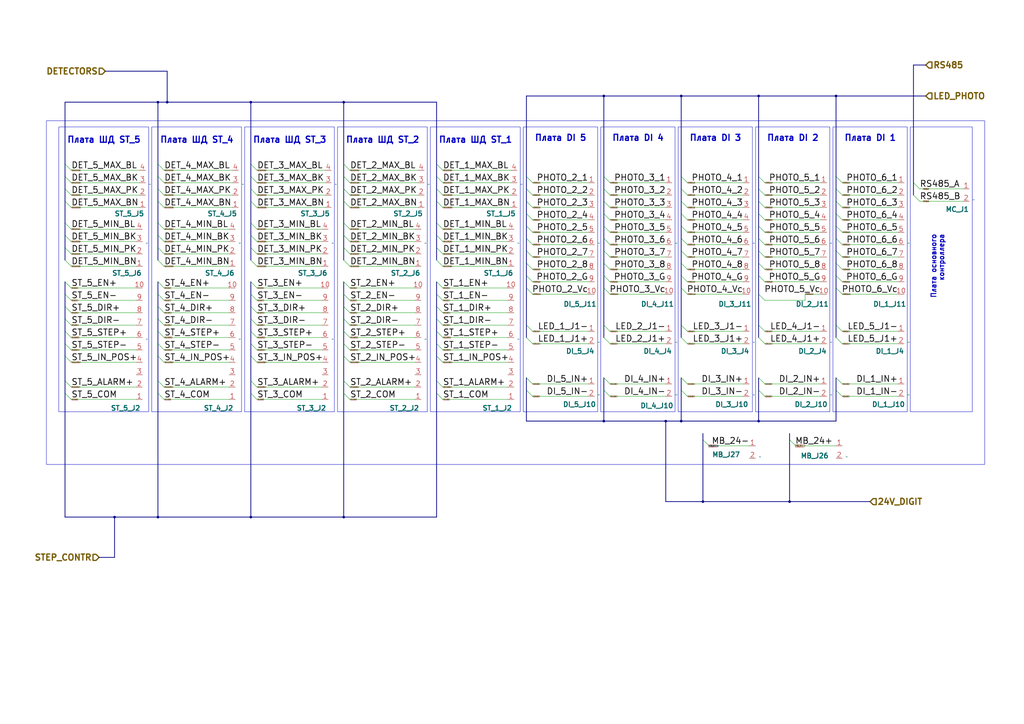
<source format=kicad_sch>
(kicad_sch (version 20250114) (generator "eeschema") (generator_version "9.0")
  (paper "A3")
  (rectangle (start 309.88 52.07) (end 340.36 168.91))
  (rectangle (start 19.05 49.53) (end 403.86 190.5))
  (rectangle (start 278.13 52.07) (end 308.61 168.91))
  (rectangle (start 62.23 52.07) (end 99.06 168.91))
  (rectangle (start 100.33 52.07) (end 137.16 168.91))
  (rectangle (start 373.38 52.07) (end 398.78 168.91))
  (rectangle (start 341.63 52.07) (end 372.11 168.91))
  (rectangle (start 24.13 52.07) (end 60.96 168.91))
  (rectangle (start 176.53 52.07) (end 213.36 168.91))
  (rectangle (start 214.63 52.07) (end 245.11 168.91))
  (rectangle (start 246.38 52.07) (end 276.86 168.91))
  (rectangle (start 138.43 52.07) (end 175.26 168.91))
  (text "Плата основного\nконтроллера" (at 387.35 96.012 90) (effects (font (size 2 2) (thickness 0.4) (bold yes)) (justify right bottom)))
  (text "Плата ШД ST_2" (at 141.732 58.928 0) (effects (font (size 2.5 2.5) (thickness 0.5) (bold yes)) (justify left bottom)))
  (text "Плата DI 5" (at 219.202 58.166 0) (effects (font (size 2.5 2.5) (thickness 0.5) (bold yes)) (justify left bottom)))
  (text "Плата DI 1" (at 346.202 58.166 0) (effects (font (size 2.5 2.5) (thickness 0.5) (bold yes)) (justify left bottom)))
  (text "Плата ШД ST_3" (at 103.632 58.928 0) (effects (font (size 2.5 2.5) (thickness 0.5) (bold yes)) (justify left bottom)))
  (text "Плата DI 2" (at 314.452 58.166 0) (effects (font (size 2.5 2.5) (thickness 0.5) (bold yes)) (justify left bottom)))
  (text "Плата DI 3" (at 282.702 58.166 0) (effects (font (size 2.5 2.5) (thickness 0.5) (bold yes)) (justify left bottom)))
  (text "Плата ШД ST_4" (at 65.532 58.928 0) (effects (font (size 2.5 2.5) (thickness 0.5) (bold yes)) (justify left bottom)))
  (text "Плата ШД ST_5" (at 27.432 58.928 0) (effects (font (size 2.5 2.5) (thickness 0.5) (bold yes)) (justify left bottom)))
  (text "Плата DI 4" (at 250.952 58.166 0) (effects (font (size 2.5 2.5) (thickness 0.5) (bold yes)) (justify left bottom)))
  (text "Плата ШД ST_1" (at 179.832 58.928 0) (effects (font (size 2.5 2.5) (thickness 0.5) (bold yes)) (justify left bottom)))
  (junction (at 323.85 205.74))
  (junction (at 247.65 172.72))
  (junction (at 64.77 212.09))
  (junction (at 247.65 39.37))
  (junction (at 140.97 212.09))
  (junction (at 288.29 205.74))
  (junction (at 342.9 39.37))
  (junction (at 273.05 172.72))
  (junction (at 279.4 172.72))
  (junction (at 140.97 41.91))
  (junction (at 279.4 39.37))
  (junction (at 46.99 212.09))
  (junction (at 311.15 172.72))
  (junction (at 68.58 41.91))
  (junction (at 102.87 212.09))
  (junction (at 102.87 41.91))
  (junction (at 64.77 41.91))
  (junction (at 311.15 39.37))
  (bus_entry (at 247.65 133.35) (size 2.54 2.54))
  (bus_entry (at 140.97 101.6) (size 2.54 2.54))
  (bus_entry (at 179.07 156.21) (size 2.54 2.54))
  (bus_entry (at 140.97 77.47) (size 2.54 2.54))
  (bus_entry (at 342.9 97.79) (size 2.54 2.54))
  (bus_entry (at 279.4 154.94) (size 2.54 2.54))
  (bus_entry (at 247.65 154.94) (size 2.54 2.54))
  (bus_entry (at 279.4 92.71) (size 2.54 2.54))
  (bus_entry (at 342.9 160.02) (size 2.54 2.54))
  (bus_entry (at 342.9 82.55) (size 2.54 2.54))
  (bus_entry (at 179.07 135.89) (size 2.54 2.54))
  (bus_entry (at 64.77 77.47) (size 2.54 2.54))
  (bus_entry (at 102.87 82.55) (size 2.54 2.54))
  (bus_entry (at 102.87 91.44) (size 2.54 2.54))
  (bus_entry (at 311.15 82.55) (size 2.54 2.54))
  (bus_entry (at 311.15 138.43) (size 2.54 2.54))
  (bus_entry (at 102.87 161.29) (size 2.54 2.54))
  (bus_entry (at 374.65 80.01) (size 2.54 2.54))
  (bus_entry (at 279.4 160.02) (size 2.54 2.54))
  (bus_entry (at 64.77 72.39) (size 2.54 2.54))
  (bus_entry (at 342.9 138.43) (size 2.54 2.54))
  (bus_entry (at 279.4 118.11) (size 2.54 2.54))
  (bus_entry (at 140.97 146.05) (size 2.54 2.54))
  (bus_entry (at 279.4 102.87) (size 2.54 2.54))
  (bus_entry (at 179.07 115.57) (size 2.54 2.54))
  (bus_entry (at 102.87 77.47) (size 2.54 2.54))
  (bus_entry (at 179.07 101.6) (size 2.54 2.54))
  (bus_entry (at 179.07 96.52) (size 2.54 2.54))
  (bus_entry (at 26.67 77.47) (size 2.54 2.54))
  (bus_entry (at 311.15 92.71) (size 2.54 2.54))
  (bus_entry (at 247.65 107.95) (size 2.54 2.54))
  (bus_entry (at 64.77 146.05) (size 2.54 2.54))
  (bus_entry (at 279.4 77.47) (size 2.54 2.54))
  (bus_entry (at 102.87 106.68) (size 2.54 2.54))
  (bus_entry (at 247.65 118.11) (size 2.54 2.54))
  (bus_entry (at 311.15 133.35) (size 2.54 2.54))
  (bus_entry (at 247.65 72.39) (size 2.54 2.54))
  (bus_entry (at 342.9 102.87) (size 2.54 2.54))
  (bus_entry (at 26.67 101.6) (size 2.54 2.54))
  (bus_entry (at 26.67 106.68) (size 2.54 2.54))
  (bus_entry (at 215.9 113.03) (size 2.54 2.54))
  (bus_entry (at 26.67 135.89) (size 2.54 2.54))
  (bus_entry (at 247.65 97.79) (size 2.54 2.54))
  (bus_entry (at 26.67 67.31) (size 2.54 2.54))
  (bus_entry (at 64.77 120.65) (size 2.54 2.54))
  (bus_entry (at 26.67 130.81) (size 2.54 2.54))
  (bus_entry (at 323.85 180.34) (size 2.54 2.54))
  (bus_entry (at 247.65 138.43) (size 2.54 2.54))
  (bus_entry (at 64.77 67.31) (size 2.54 2.54))
  (bus_entry (at 26.67 115.57) (size 2.54 2.54))
  (bus_entry (at 64.77 156.21) (size 2.54 2.54))
  (bus_entry (at 102.87 101.6) (size 2.54 2.54))
  (bus_entry (at 179.07 120.65) (size 2.54 2.54))
  (bus_entry (at 140.97 156.21) (size 2.54 2.54))
  (bus_entry (at 64.77 130.81) (size 2.54 2.54))
  (bus_entry (at 247.65 87.63) (size 2.54 2.54))
  (bus_entry (at 64.77 161.29) (size 2.54 2.54))
  (bus_entry (at 311.15 87.63) (size 2.54 2.54))
  (bus_entry (at 342.9 107.95) (size 2.54 2.54))
  (bus_entry (at 102.87 120.65) (size 2.54 2.54))
  (bus_entry (at 64.77 101.6) (size 2.54 2.54))
  (bus_entry (at 102.87 72.39) (size 2.54 2.54))
  (bus_entry (at 215.9 97.79) (size 2.54 2.54))
  (bus_entry (at 179.07 146.05) (size 2.54 2.54))
  (bus_entry (at 140.97 140.97) (size 2.54 2.54))
  (bus_entry (at 247.65 113.03) (size 2.54 2.54))
  (bus_entry (at 26.67 96.52) (size 2.54 2.54))
  (bus_entry (at 102.87 96.52) (size 2.54 2.54))
  (bus_entry (at 179.07 72.39) (size 2.54 2.54))
  (bus_entry (at 102.87 125.73) (size 2.54 2.54))
  (bus_entry (at 215.9 118.11) (size 2.54 2.54))
  (bus_entry (at 342.9 92.71) (size 2.54 2.54))
  (bus_entry (at 247.65 92.71) (size 2.54 2.54))
  (bus_entry (at 26.67 91.44) (size 2.54 2.54))
  (bus_entry (at 279.4 82.55) (size 2.54 2.54))
  (bus_entry (at 64.77 115.57) (size 2.54 2.54))
  (bus_entry (at 279.4 107.95) (size 2.54 2.54))
  (bus_entry (at 140.97 115.57) (size 2.54 2.54))
  (bus_entry (at 140.97 135.89) (size 2.54 2.54))
  (bus_entry (at 26.67 120.65) (size 2.54 2.54))
  (bus_entry (at 215.9 72.39) (size 2.54 2.54))
  (bus_entry (at 64.77 96.52) (size 2.54 2.54))
  (bus_entry (at 215.9 92.71) (size 2.54 2.54))
  (bus_entry (at 179.07 161.29) (size 2.54 2.54))
  (bus_entry (at 247.65 82.55) (size 2.54 2.54))
  (bus_entry (at 140.97 72.39) (size 2.54 2.54))
  (bus_entry (at 102.87 115.57) (size 2.54 2.54))
  (bus_entry (at 102.87 67.31) (size 2.54 2.54))
  (bus_entry (at 102.87 135.89) (size 2.54 2.54))
  (bus_entry (at 311.15 97.79) (size 2.54 2.54))
  (bus_entry (at 179.07 130.81) (size 2.54 2.54))
  (bus_entry (at 179.07 82.55) (size 2.54 2.54))
  (bus_entry (at 64.77 91.44) (size 2.54 2.54))
  (bus_entry (at 140.97 106.68) (size 2.54 2.54))
  (bus_entry (at 342.9 154.94) (size 2.54 2.54))
  (bus_entry (at 279.4 97.79) (size 2.54 2.54))
  (bus_entry (at 342.9 87.63) (size 2.54 2.54))
  (bus_entry (at 64.77 82.55) (size 2.54 2.54))
  (bus_entry (at 64.77 125.73) (size 2.54 2.54))
  (bus_entry (at 279.4 133.35) (size 2.54 2.54))
  (bus_entry (at 26.67 146.05) (size 2.54 2.54))
  (bus_entry (at 102.87 156.21) (size 2.54 2.54))
  (bus_entry (at 215.9 160.02) (size 2.54 2.54))
  (bus_entry (at 374.65 74.93) (size 2.54 2.54))
  (bus_entry (at 140.97 125.73) (size 2.54 2.54))
  (bus_entry (at 179.07 91.44) (size 2.54 2.54))
  (bus_entry (at 311.15 154.94) (size 2.54 2.54))
  (bus_entry (at 342.9 77.47) (size 2.54 2.54))
  (bus_entry (at 26.67 156.21) (size 2.54 2.54))
  (bus_entry (at 64.77 140.97) (size 2.54 2.54))
  (bus_entry (at 215.9 133.35) (size 2.54 2.54))
  (bus_entry (at 140.97 130.81) (size 2.54 2.54))
  (bus_entry (at 311.15 72.39) (size 2.54 2.54))
  (bus_entry (at 279.4 113.03) (size 2.54 2.54))
  (bus_entry (at 288.29 180.34) (size 2.54 2.54))
  (bus_entry (at 26.67 72.39) (size 2.54 2.54))
  (bus_entry (at 247.65 102.87) (size 2.54 2.54))
  (bus_entry (at 279.4 72.39) (size 2.54 2.54))
  (bus_entry (at 102.87 146.05) (size 2.54 2.54))
  (bus_entry (at 64.77 135.89) (size 2.54 2.54))
  (bus_entry (at 279.4 138.43) (size 2.54 2.54))
  (bus_entry (at 342.9 72.39) (size 2.54 2.54))
  (bus_entry (at 179.07 140.97) (size 2.54 2.54))
  (bus_entry (at 311.15 102.87) (size 2.54 2.54))
  (bus_entry (at 311.15 77.47) (size 2.54 2.54))
  (bus_entry (at 215.9 154.94) (size 2.54 2.54))
  (bus_entry (at 102.87 130.81) (size 2.54 2.54))
  (bus_entry (at 140.97 91.44) (size 2.54 2.54))
  (bus_entry (at 26.67 82.55) (size 2.54 2.54))
  (bus_entry (at 102.87 140.97) (size 2.54 2.54))
  (bus_entry (at 179.07 77.47) (size 2.54 2.54))
  (bus_entry (at 311.15 113.03) (size 2.54 2.54))
  (bus_entry (at 342.9 113.03) (size 2.54 2.54))
  (bus_entry (at 215.9 77.47) (size 2.54 2.54))
  (bus_entry (at 26.67 140.97) (size 2.54 2.54))
  (bus_entry (at 215.9 138.43) (size 2.54 2.54))
  (bus_entry (at 311.15 120.65) (size 2.54 2.54))
  (bus_entry (at 342.9 118.11) (size 2.54 2.54))
  (bus_entry (at 342.9 133.35) (size 2.54 2.54))
  (bus_entry (at 26.67 125.73) (size 2.54 2.54))
  (bus_entry (at 215.9 102.87) (size 2.54 2.54))
  (bus_entry (at 140.97 120.65) (size 2.54 2.54))
  (bus_entry (at 179.07 125.73) (size 2.54 2.54))
  (bus_entry (at 279.4 87.63) (size 2.54 2.54))
  (bus_entry (at 215.9 87.63) (size 2.54 2.54))
  (bus_entry (at 311.15 160.02) (size 2.54 2.54))
  (bus_entry (at 311.15 107.95) (size 2.54 2.54))
  (bus_entry (at 179.07 67.31) (size 2.54 2.54))
  (bus_entry (at 247.65 77.47) (size 2.54 2.54))
  (bus_entry (at 140.97 67.31) (size 2.54 2.54))
  (bus_entry (at 215.9 82.55) (size 2.54 2.54))
  (bus_entry (at 140.97 161.29) (size 2.54 2.54))
  (bus_entry (at 140.97 96.52) (size 2.54 2.54))
  (bus_entry (at 179.07 106.68) (size 2.54 2.54))
  (bus_entry (at 64.77 106.68) (size 2.54 2.54))
  (bus_entry (at 140.97 82.55) (size 2.54 2.54))
  (bus_entry (at 26.67 161.29) (size 2.54 2.54))
  (bus_entry (at 247.65 160.02) (size 2.54 2.54))
  (bus_entry (at 215.9 107.95) (size 2.54 2.54))
  (wire (pts (xy 105.41 80.01) (xy 133.35 80.01)))
  (bus (pts (xy 64.77 67.31) (xy 64.77 72.39)))
  (wire (pts (xy 281.94 120.65) (xy 304.8 120.65)))
  (wire (pts (xy 313.69 162.56) (xy 336.55 162.56)))
  (bus (pts (xy 140.97 101.6) (xy 140.97 106.68)))
  (wire (pts (xy 313.69 157.48) (xy 336.55 157.48)))
  (wire (pts (xy 67.31 69.85) (xy 95.25 69.85)))
  (wire (pts (xy 67.31 158.75) (xy 93.98 158.75)))
  (bus (pts (xy 342.9 72.39) (xy 342.9 77.47)))
  (bus (pts (xy 64.77 146.05) (xy 64.77 156.21)))
  (bus (pts (xy 26.67 140.97) (xy 26.67 146.05)))
  (wire (pts (xy 181.61 163.83) (xy 208.28 163.83)))
  (bus (pts (xy 26.67 212.09) (xy 46.99 212.09)))
  (bus (pts (xy 140.97 156.21) (xy 140.97 161.29)))
  (bus (pts (xy 215.9 39.37) (xy 247.65 39.37)))
  (bus (pts (xy 247.65 160.02) (xy 247.65 172.72)))
  (wire (pts (xy 143.51 158.75) (xy 170.18 158.75)))
  (bus (pts (xy 311.15 102.87) (xy 311.15 107.95)))
  (wire (pts (xy 181.61 118.11) (xy 208.28 118.11)))
  (bus (pts (xy 288.29 180.34) (xy 288.29 205.74)))
  (bus (pts (xy 342.9 39.37) (xy 342.9 72.39)))
  (bus (pts (xy 102.87 146.05) (xy 102.87 156.21)))
  (wire (pts (xy 181.61 93.98) (xy 208.28 93.98)))
  (bus (pts (xy 279.4 72.39) (xy 279.4 77.47)))
  (wire (pts (xy 29.21 85.09) (xy 57.15 85.09)))
  (wire (pts (xy 29.21 143.51) (xy 55.88 143.51)))
  (bus (pts (xy 26.67 101.6) (xy 26.67 106.68)))
  (wire (pts (xy 218.44 135.89) (xy 241.3 135.89)))
  (wire (pts (xy 345.44 162.56) (xy 368.3 162.56)))
  (wire (pts (xy 281.94 95.25) (xy 304.8 95.25)))
  (bus (pts (xy 215.9 172.72) (xy 247.65 172.72)))
  (wire (pts (xy 313.69 90.17) (xy 336.55 90.17)))
  (bus (pts (xy 288.29 205.74) (xy 323.85 205.74)))
  (wire (pts (xy 345.44 80.01) (xy 368.3 80.01)))
  (bus (pts (xy 342.9 160.02) (xy 342.9 172.72)))
  (wire (pts (xy 250.19 162.56) (xy 273.05 162.56)))
  (wire (pts (xy 281.94 140.97) (xy 304.8 140.97)))
  (bus (pts (xy 140.97 135.89) (xy 140.97 140.97)))
  (bus (pts (xy 247.65 39.37) (xy 247.65 72.39)))
  (wire (pts (xy 67.31 109.22) (xy 93.98 109.22)))
  (wire (pts (xy 250.19 100.33) (xy 273.05 100.33)))
  (wire (pts (xy 105.41 118.11) (xy 132.08 118.11)))
  (bus (pts (xy 311.15 39.37) (xy 311.15 72.39)))
  (bus (pts (xy 279.4 133.35) (xy 279.4 138.43)))
  (bus (pts (xy 342.9 107.95) (xy 342.9 113.03)))
  (wire (pts (xy 313.69 140.97) (xy 336.55 140.97)))
  (bus (pts (xy 279.4 113.03) (xy 279.4 118.11)))
  (wire (pts (xy 345.44 74.93) (xy 368.3 74.93)))
  (wire (pts (xy 29.21 158.75) (xy 55.88 158.75)))
  (bus (pts (xy 215.9 72.39) (xy 215.9 77.47)))
  (bus (pts (xy 140.97 161.29) (xy 140.97 212.09)))
  (wire (pts (xy 250.19 105.41) (xy 273.05 105.41)))
  (bus (pts (xy 215.9 82.55) (xy 215.9 87.63)))
  (bus (pts (xy 288.29 177.8) (xy 288.29 180.34)))
  (wire (pts (xy 250.19 95.25) (xy 273.05 95.25)))
  (wire (pts (xy 29.21 80.01) (xy 57.15 80.01)))
  (wire (pts (xy 29.21 118.11) (xy 55.88 118.11)))
  (bus (pts (xy 179.07 82.55) (xy 179.07 91.44)))
  (bus (pts (xy 102.87 72.39) (xy 102.87 77.47)))
  (wire (pts (xy 29.21 128.27) (xy 55.88 128.27)))
  (bus (pts (xy 279.4 172.72) (xy 311.15 172.72)))
  (wire (pts (xy 67.31 143.51) (xy 93.98 143.51)))
  (wire (pts (xy 67.31 93.98) (xy 93.98 93.98)))
  (bus (pts (xy 26.67 91.44) (xy 26.67 96.52)))
  (bus (pts (xy 140.97 140.97) (xy 140.97 146.05)))
  (wire (pts (xy 250.19 135.89) (xy 273.05 135.89)))
  (wire (pts (xy 143.51 109.22) (xy 170.18 109.22)))
  (bus (pts (xy 179.07 156.21) (xy 179.07 161.29)))
  (wire (pts (xy 67.31 163.83) (xy 93.98 163.83)))
  (bus (pts (xy 215.9 118.11) (xy 215.9 133.35)))
  (wire (pts (xy 67.31 85.09) (xy 95.25 85.09)))
  (wire (pts (xy 313.69 100.33) (xy 336.55 100.33)))
  (wire (pts (xy 67.31 104.14) (xy 93.98 104.14)))
  (bus (pts (xy 64.77 120.65) (xy 64.77 125.73)))
  (wire (pts (xy 181.61 80.01) (xy 209.55 80.01)))
  (bus (pts (xy 215.9 92.71) (xy 215.9 97.79)))
  (bus (pts (xy 374.65 26.67) (xy 379.73 26.67)))
  (bus (pts (xy 102.87 156.21) (xy 102.87 161.29)))
  (wire (pts (xy 67.31 74.93) (xy 95.25 74.93)))
  (wire (pts (xy 250.19 110.49) (xy 273.05 110.49)))
  (bus (pts (xy 279.4 160.02) (xy 279.4 172.72)))
  (bus (pts (xy 311.15 72.39) (xy 311.15 77.47)))
  (wire (pts (xy 218.44 110.49) (xy 241.3 110.49)))
  (wire (pts (xy 218.44 100.33) (xy 241.3 100.33)))
  (wire (pts (xy 313.69 95.25) (xy 336.55 95.25)))
  (bus (pts (xy 374.65 26.67) (xy 374.65 74.93)))
  (bus (pts (xy 279.4 118.11) (xy 279.4 133.35)))
  (wire (pts (xy 143.51 99.06) (xy 170.18 99.06)))
  (bus (pts (xy 179.07 72.39) (xy 179.07 77.47)))
  (bus (pts (xy 279.4 39.37) (xy 279.4 72.39)))
  (wire (pts (xy 29.21 74.93) (xy 57.15 74.93)))
  (wire (pts (xy 143.51 93.98) (xy 170.18 93.98)))
  (wire (pts (xy 281.94 85.09) (xy 304.8 85.09)))
  (wire (pts (xy 313.69 110.49) (xy 336.55 110.49)))
  (bus (pts (xy 247.65 102.87) (xy 247.65 107.95)))
  (wire (pts (xy 290.83 182.88) (xy 307.34 182.88)))
  (bus (pts (xy 102.87 77.47) (xy 102.87 82.55)))
  (wire (pts (xy 29.21 99.06) (xy 55.88 99.06)))
  (bus (pts (xy 273.05 172.72) (xy 273.05 205.74)))
  (wire (pts (xy 218.44 162.56) (xy 241.3 162.56)))
  (wire (pts (xy 313.69 115.57) (xy 336.55 115.57)))
  (wire (pts (xy 218.44 105.41) (xy 241.3 105.41)))
  (wire (pts (xy 105.41 109.22) (xy 132.08 109.22)))
  (bus (pts (xy 279.4 77.47) (xy 279.4 82.55)))
  (bus (pts (xy 26.67 120.65) (xy 26.67 125.73)))
  (wire (pts (xy 181.61 74.93) (xy 209.55 74.93)))
  (bus (pts (xy 68.58 41.91) (xy 64.77 41.91)))
  (bus (pts (xy 102.87 67.31) (xy 102.87 72.39)))
  (wire (pts (xy 29.21 123.19) (xy 55.88 123.19)))
  (wire (pts (xy 345.44 110.49) (xy 368.3 110.49)))
  (wire (pts (xy 326.39 182.88) (xy 342.9 182.88)))
  (bus (pts (xy 64.77 125.73) (xy 64.77 130.81)))
  (wire (pts (xy 181.61 85.09) (xy 209.55 85.09)))
  (bus (pts (xy 311.15 160.02) (xy 311.15 172.72)))
  (wire (pts (xy 105.41 128.27) (xy 132.08 128.27)))
  (bus (pts (xy 102.87 140.97) (xy 102.87 146.05)))
  (wire (pts (xy 105.41 99.06) (xy 132.08 99.06)))
  (wire (pts (xy 250.19 74.93) (xy 273.05 74.93)))
  (bus (pts (xy 64.77 77.47) (xy 64.77 82.55)))
  (wire (pts (xy 105.41 74.93) (xy 133.35 74.93)))
  (wire (pts (xy 29.21 163.83) (xy 55.88 163.83)))
  (bus (pts (xy 64.77 82.55) (xy 64.77 91.44)))
  (wire (pts (xy 105.41 138.43) (xy 132.08 138.43)))
  (bus (pts (xy 279.4 102.87) (xy 279.4 107.95)))
  (wire (pts (xy 345.44 85.09) (xy 368.3 85.09)))
  (bus (pts (xy 179.07 41.91) (xy 140.97 41.91)))
  (bus (pts (xy 26.67 96.52) (xy 26.67 101.6)))
  (wire (pts (xy 181.61 104.14) (xy 208.28 104.14)))
  (bus (pts (xy 140.97 212.09) (xy 179.07 212.09)))
  (bus (pts (xy 26.67 72.39) (xy 26.67 77.47)))
  (wire (pts (xy 105.41 104.14) (xy 132.08 104.14)))
  (wire (pts (xy 313.69 85.09) (xy 336.55 85.09)))
  (bus (pts (xy 311.15 113.03) (xy 311.15 120.65)))
  (wire (pts (xy 143.51 138.43) (xy 170.18 138.43)))
  (wire (pts (xy 250.19 120.65) (xy 273.05 120.65)))
  (wire (pts (xy 281.94 110.49) (xy 304.8 110.49)))
  (wire (pts (xy 181.61 138.43) (xy 208.28 138.43)))
  (wire (pts (xy 29.21 109.22) (xy 55.88 109.22)))
  (bus (pts (xy 140.97 120.65) (xy 140.97 125.73)))
  (wire (pts (xy 345.44 90.17) (xy 368.3 90.17)))
  (bus (pts (xy 311.15 154.94) (xy 311.15 160.02)))
  (wire (pts (xy 105.41 85.09) (xy 133.35 85.09)))
  (bus (pts (xy 247.65 77.47) (xy 247.65 82.55)))
  (bus (pts (xy 311.15 172.72) (xy 342.9 172.72)))
  (bus (pts (xy 247.65 118.11) (xy 247.65 133.35)))
  (wire (pts (xy 218.44 115.57) (xy 241.3 115.57)))
  (bus (pts (xy 323.85 180.34) (xy 323.85 205.74)))
  (wire (pts (xy 345.44 157.48) (xy 368.3 157.48)))
  (wire (pts (xy 281.94 162.56) (xy 304.8 162.56)))
  (bus (pts (xy 64.77 72.39) (xy 64.77 77.47)))
  (wire (pts (xy 218.44 85.09) (xy 241.3 85.09)))
  (bus (pts (xy 179.07 77.47) (xy 179.07 82.55)))
  (bus (pts (xy 342.9 87.63) (xy 342.9 92.71)))
  (wire (pts (xy 29.21 104.14) (xy 55.88 104.14)))
  (wire (pts (xy 105.41 133.35) (xy 132.08 133.35)))
  (wire (pts (xy 143.51 128.27) (xy 170.18 128.27)))
  (wire (pts (xy 281.94 115.57) (xy 304.8 115.57)))
  (bus (pts (xy 26.67 156.21) (xy 26.67 161.29)))
  (bus (pts (xy 64.77 101.6) (xy 64.77 106.68)))
  (bus (pts (xy 26.67 82.55) (xy 26.67 91.44)))
  (bus (pts (xy 26.67 130.81) (xy 26.67 135.89)))
  (bus (pts (xy 279.4 97.79) (xy 279.4 102.87)))
  (wire (pts (xy 143.51 143.51) (xy 170.18 143.51)))
  (bus (pts (xy 342.9 77.47) (xy 342.9 82.55)))
  (bus (pts (xy 68.58 41.91) (xy 68.58 29.21)))
  (wire (pts (xy 313.69 123.19) (xy 330.2 123.19)))
  (bus (pts (xy 247.65 172.72) (xy 273.05 172.72)))
  (bus (pts (xy 323.85 205.74) (xy 356.87 205.74)))
  (bus (pts (xy 342.9 102.87) (xy 342.9 107.95)))
  (bus (pts (xy 102.87 115.57) (xy 102.87 120.65)))
  (wire (pts (xy 181.61 148.59) (xy 208.28 148.59)))
  (bus (pts (xy 179.07 125.73) (xy 179.07 130.81)))
  (wire (pts (xy 143.51 163.83) (xy 170.18 163.83)))
  (bus (pts (xy 247.65 92.71) (xy 247.65 97.79)))
  (wire (pts (xy 250.19 90.17) (xy 273.05 90.17)))
  (bus (pts (xy 43.18 29.21) (xy 68.58 29.21)))
  (wire (pts (xy 143.51 74.93) (xy 171.45 74.93)))
  (bus (pts (xy 311.15 107.95) (xy 311.15 113.03)))
  (bus (pts (xy 102.87 130.81) (xy 102.87 135.89)))
  (wire (pts (xy 29.21 133.35) (xy 55.88 133.35)))
  (bus (pts (xy 311.15 120.65) (xy 311.15 133.35)))
  (bus (pts (xy 64.77 130.81) (xy 64.77 135.89)))
  (bus (pts (xy 179.07 140.97) (xy 179.07 146.05)))
  (wire (pts (xy 345.44 140.97) (xy 368.3 140.97)))
  (bus (pts (xy 247.65 39.37) (xy 279.4 39.37)))
  (bus (pts (xy 140.97 146.05) (xy 140.97 156.21)))
  (bus (pts (xy 342.9 97.79) (xy 342.9 102.87)))
  (bus (pts (xy 26.67 77.47) (xy 26.67 82.55)))
  (bus (pts (xy 64.77 156.21) (xy 64.77 161.29)))
  (bus (pts (xy 311.15 87.63) (xy 311.15 92.71)))
  (bus (pts (xy 102.87 91.44) (xy 102.87 96.52)))
  (bus (pts (xy 26.67 67.31) (xy 26.67 41.91)))
  (bus (pts (xy 215.9 77.47) (xy 215.9 82.55)))
  (bus (pts (xy 247.65 154.94) (xy 247.65 160.02)))
  (bus (pts (xy 215.9 154.94) (xy 215.9 160.02)))
  (bus (pts (xy 179.07 130.81) (xy 179.07 135.89)))
  (wire (pts (xy 330.2 120.65) (xy 336.55 120.65)))
  (wire (pts (xy 313.69 105.41) (xy 336.55 105.41)))
  (wire (pts (xy 250.19 80.01) (xy 273.05 80.01)))
  (bus (pts (xy 342.9 39.37) (xy 379.73 39.37)))
  (wire (pts (xy 105.41 93.98) (xy 132.08 93.98)))
  (bus (pts (xy 247.65 97.79) (xy 247.65 102.87)))
  (bus (pts (xy 215.9 113.03) (xy 215.9 118.11)))
  (bus (pts (xy 140.97 77.47) (xy 140.97 82.55)))
  (bus (pts (xy 215.9 160.02) (xy 215.9 172.72)))
  (bus (pts (xy 26.67 115.57) (xy 26.67 120.65)))
  (bus (pts (xy 140.97 130.81) (xy 140.97 135.89)))
  (bus (pts (xy 26.67 135.89) (xy 26.67 140.97)))
  (wire (pts (xy 345.44 100.33) (xy 368.3 100.33)))
  (bus (pts (xy 102.87 41.91) (xy 68.58 41.91)))
  (wire (pts (xy 29.21 69.85) (xy 57.15 69.85)))
  (wire (pts (xy 67.31 118.11) (xy 93.98 118.11)))
  (wire (pts (xy 67.31 133.35) (xy 93.98 133.35)))
  (bus (pts (xy 179.07 96.52) (xy 179.07 101.6)))
  (bus (pts (xy 215.9 87.63) (xy 215.9 92.71)))
  (wire (pts (xy 29.21 148.59) (xy 55.88 148.59)))
  (bus (pts (xy 179.07 67.31) (xy 179.07 72.39)))
  (bus (pts (xy 140.97 72.39) (xy 140.97 77.47)))
  (wire (pts (xy 281.94 80.01) (xy 304.8 80.01)))
  (bus (pts (xy 215.9 133.35) (xy 215.9 138.43)))
  (wire (pts (xy 250.19 85.09) (xy 273.05 85.09)))
  (wire (pts (xy 218.44 140.97) (xy 241.3 140.97)))
  (bus (pts (xy 247.65 82.55) (xy 247.65 87.63)))
  (bus (pts (xy 102.87 101.6) (xy 102.87 106.68)))
  (bus (pts (xy 279.4 92.71) (xy 279.4 97.79)))
  (bus (pts (xy 247.65 72.39) (xy 247.65 77.47)))
  (wire (pts (xy 218.44 90.17) (xy 241.3 90.17)))
  (wire (pts (xy 67.31 128.27) (xy 93.98 128.27)))
  (wire (pts (xy 345.44 120.65) (xy 368.3 120.65)))
  (wire (pts (xy 67.31 138.43) (xy 93.98 138.43)))
  (wire (pts (xy 250.19 115.57) (xy 273.05 115.57)))
  (wire (pts (xy 67.31 80.01) (xy 95.25 80.01)))
  (bus (pts (xy 140.97 41.91) (xy 102.87 41.91)))
  (bus (pts (xy 247.65 107.95) (xy 247.65 113.03)))
  (bus (pts (xy 247.65 113.03) (xy 247.65 118.11)))
  (wire (pts (xy 345.44 135.89) (xy 368.3 135.89)))
  (wire (pts (xy 181.61 143.51) (xy 208.28 143.51)))
  (bus (pts (xy 179.07 91.44) (xy 179.07 96.52)))
  (wire (pts (xy 218.44 74.93) (xy 241.3 74.93)))
  (wire (pts (xy 313.69 135.89) (xy 336.55 135.89)))
  (bus (pts (xy 311.15 77.47) (xy 311.15 82.55)))
  (bus (pts (xy 140.97 67.31) (xy 140.97 72.39)))
  (bus (pts (xy 64.77 212.09) (xy 46.99 212.09)))
  (bus (pts (xy 64.77 115.57) (xy 64.77 120.65)))
  (wire (pts (xy 181.61 109.22) (xy 208.28 109.22)))
  (wire (pts (xy 29.21 93.98) (xy 55.88 93.98)))
  (wire (pts (xy 105.41 163.83) (xy 132.08 163.83)))
  (bus (pts (xy 279.4 87.63) (xy 279.4 92.71)))
  (wire (pts (xy 281.94 105.41) (xy 304.8 105.41)))
  (bus (pts (xy 273.05 172.72) (xy 279.4 172.72)))
  (wire (pts (xy 218.44 95.25) (xy 241.3 95.25)))
  (bus (pts (xy 342.9 82.55) (xy 342.9 87.63)))
  (wire (pts (xy 345.44 115.57) (xy 368.3 115.57)))
  (wire (pts (xy 143.51 69.85) (xy 171.45 69.85)))
  (wire (pts (xy 105.41 69.85) (xy 133.35 69.85)))
  (bus (pts (xy 294.64 182.88) (xy 290.83 182.88)))
  (bus (pts (xy 311.15 82.55) (xy 311.15 87.63)))
  (bus (pts (xy 311.15 133.35) (xy 311.15 138.43)))
  (wire (pts (xy 181.61 99.06) (xy 208.28 99.06)))
  (wire (pts (xy 250.19 140.97) (xy 273.05 140.97)))
  (wire (pts (xy 105.41 143.51) (xy 132.08 143.51)))
  (wire (pts (xy 218.44 120.65) (xy 241.3 120.65)))
  (wire (pts (xy 330.2 123.19) (xy 330.2 120.65)))
  (bus (pts (xy 342.9 118.11) (xy 342.9 133.35)))
  (wire (pts (xy 218.44 157.48) (xy 241.3 157.48)))
  (bus (pts (xy 323.85 177.8) (xy 323.85 180.34)))
  (bus (pts (xy 140.97 115.57) (xy 140.97 120.65)))
  (wire (pts (xy 181.61 128.27) (xy 208.28 128.27)))
  (bus (pts (xy 140.97 67.31) (xy 140.97 41.91)))
  (bus (pts (xy 279.4 39.37) (xy 311.15 39.37)))
  (bus (pts (xy 102.87 212.09) (xy 64.77 212.09)))
  (bus (pts (xy 179.07 135.89) (xy 179.07 140.97)))
  (bus (pts (xy 342.9 92.71) (xy 342.9 97.79)))
  (bus (pts (xy 46.99 212.09) (xy 46.99 228.6)))
  (bus (pts (xy 342.9 133.35) (xy 342.9 138.43)))
  (wire (pts (xy 105.41 123.19) (xy 132.08 123.19)))
  (bus (pts (xy 140.97 91.44) (xy 140.97 96.52)))
  (bus (pts (xy 342.9 113.03) (xy 342.9 118.11)))
  (wire (pts (xy 377.19 82.55) (xy 394.97 82.55)))
  (wire (pts (xy 345.44 105.41) (xy 368.3 105.41)))
  (bus (pts (xy 215.9 97.79) (xy 215.9 102.87)))
  (bus (pts (xy 64.77 135.89) (xy 64.77 140.97)))
  (bus (pts (xy 247.65 133.35) (xy 247.65 138.43)))
  (bus (pts (xy 279.4 82.55) (xy 279.4 87.63)))
  (bus (pts (xy 102.87 96.52) (xy 102.87 101.6)))
  (bus (pts (xy 102.87 67.31) (xy 102.87 41.91)))
  (bus (pts (xy 342.9 154.94) (xy 342.9 160.02)))
  (bus (pts (xy 102.87 125.73) (xy 102.87 130.81)))
  (wire (pts (xy 67.31 99.06) (xy 93.98 99.06)))
  (wire (pts (xy 29.21 138.43) (xy 55.88 138.43)))
  (wire (pts (xy 143.51 133.35) (xy 170.18 133.35)))
  (wire (pts (xy 250.19 157.48) (xy 273.05 157.48)))
  (bus (pts (xy 179.07 67.31) (xy 179.07 41.91)))
  (bus (pts (xy 279.4 107.95) (xy 279.4 113.03)))
  (bus (pts (xy 64.77 161.29) (xy 64.77 212.09)))
  (bus (pts (xy 26.67 146.05) (xy 26.67 156.21)))
  (wire (pts (xy 181.61 133.35) (xy 208.28 133.35)))
  (bus (pts (xy 140.97 125.73) (xy 140.97 130.81)))
  (wire (pts (xy 181.61 158.75) (xy 208.28 158.75)))
  (bus (pts (xy 311.15 39.37) (xy 342.9 39.37)))
  (wire (pts (xy 281.94 90.17) (xy 304.8 90.17)))
  (wire (pts (xy 143.51 118.11) (xy 170.18 118.11)))
  (bus (pts (xy 64.77 140.97) (xy 64.77 146.05)))
  (bus (pts (xy 40.64 228.6) (xy 46.99 228.6)))
  (wire (pts (xy 143.51 123.19) (xy 170.18 123.19)))
  (bus (pts (xy 374.65 74.93) (xy 374.65 80.01)))
  (bus (pts (xy 64.77 91.44) (xy 64.77 96.52)))
  (bus (pts (xy 179.07 120.65) (xy 179.07 125.73)))
  (bus (pts (xy 215.9 39.37) (xy 215.9 72.39)))
  (wire (pts (xy 281.94 135.89) (xy 304.8 135.89)))
  (bus (pts (xy 179.07 101.6) (xy 179.07 106.68)))
  (bus (pts (xy 26.67 41.91) (xy 64.77 41.91)))
  (bus (pts (xy 179.07 115.57) (xy 179.07 120.65)))
  (bus (pts (xy 26.67 125.73) (xy 26.67 130.81)))
  (wire (pts (xy 313.69 80.01) (xy 336.55 80.01)))
  (wire (pts (xy 105.41 158.75) (xy 132.08 158.75)))
  (wire (pts (xy 181.61 123.19) (xy 208.28 123.19)))
  (wire (pts (xy 218.44 80.01) (xy 241.3 80.01)))
  (bus (pts (xy 102.87 135.89) (xy 102.87 140.97)))
  (wire (pts (xy 143.51 80.01) (xy 171.45 80.01)))
  (wire (pts (xy 143.51 148.59) (xy 170.18 148.59)))
  (bus (pts (xy 102.87 82.55) (xy 102.87 91.44)))
  (wire (pts (xy 281.94 74.93) (xy 304.8 74.93)))
  (bus (pts (xy 311.15 97.79) (xy 311.15 102.87)))
  (wire (pts (xy 67.31 148.59) (xy 93.98 148.59)))
  (bus (pts (xy 26.67 67.31) (xy 26.67 72.39)))
  (bus (pts (xy 179.07 161.29) (xy 179.07 212.09)))
  (bus (pts (xy 140.97 82.55) (xy 140.97 91.44)))
  (wire (pts (xy 377.19 77.47) (xy 394.97 77.47)))
  (bus (pts (xy 140.97 96.52) (xy 140.97 101.6)))
  (bus (pts (xy 102.87 120.65) (xy 102.87 125.73)))
  (bus (pts (xy 247.65 87.63) (xy 247.65 92.71)))
  (wire (pts (xy 181.61 69.85) (xy 209.55 69.85)))
  (bus (pts (xy 273.05 205.74) (xy 288.29 205.74)))
  (wire (pts (xy 143.51 85.09) (xy 171.45 85.09)))
  (bus (pts (xy 215.9 102.87) (xy 215.9 107.95)))
  (wire (pts (xy 281.94 157.48) (xy 304.8 157.48)))
  (bus (pts (xy 279.4 154.94) (xy 279.4 160.02)))
  (bus (pts (xy 64.77 96.52) (xy 64.77 101.6)))
  (wire (pts (xy 67.31 123.19) (xy 93.98 123.19)))
  (wire (pts (xy 345.44 95.25) (xy 368.3 95.25)))
  (bus (pts (xy 179.07 146.05) (xy 179.07 156.21)))
  (bus (pts (xy 64.77 67.31) (xy 64.77 41.91)))
  (bus (pts (xy 140.97 212.09) (xy 102.87 212.09)))
  (wire (pts (xy 105.41 148.59) (xy 132.08 148.59)))
  (bus (pts (xy 215.9 107.95) (xy 215.9 113.03)))
  (wire (pts (xy 143.51 104.14) (xy 170.18 104.14)))
  (bus (pts (xy 26.67 161.29) (xy 26.67 212.09)))
  (wire (pts (xy 281.94 100.33) (xy 304.8 100.33)))
  (bus (pts (xy 311.15 92.71) (xy 311.15 97.79)))
  (wire (pts (xy 313.69 74.93) (xy 336.55 74.93)))
  (bus (pts (xy 102.87 161.29) (xy 102.87 212.09)))
  (label "PHOTO_3_6" (at 273.05 100.33 180) (effects (font (size 2.5 2.5) (thickness 0.3125))))
  (label "DET_2_MIN_BL" (at 143.51 93.98 0) (effects (font (size 2.5 2.5) (thickness 0.3125))))
  (label "ST_2_STEP+" (at 143.51 138.43 0) (effects (font (size 2.5 2.5) (thickness 0.3125))))
  (label "ST_1_ALARM+" (at 181.61 158.75 0) (effects (font (size 2.5 2.5) (thickness 0.3125))))
  (label "ST_1_DIR+" (at 181.61 128.27 0) (effects (font (size 2.5 2.5) (thickness 0.3125))))
  (label "PHOTO_2_1" (at 241.3 74.93 180) (effects (font (size 2.5 2.5) (thickness 0.3125))))
  (label "ST_3_COM" (at 105.41 163.83 0) (effects (font (size 2.5 2.5) (thickness 0.3125))))
  (label "ST_5_DIR-" (at 29.21 133.35 0) (effects (font (size 2.5 2.5) (thickness 0.3125))))
  (label "PHOTO_6_3" (at 368.3 85.09 180) (effects (font (size 2.5 2.5) (thickness 0.3125))))
  (label "LED_5_J1+" (at 368.3 140.97 180) (effects (font (size 2.5 2.5) (thickness 0.3125))))
  (label "DET_2_MIN_BN" (at 143.51 109.22 0) (effects (font (size 2.5 2.5) (thickness 0.3125))))
  (label "ST_2_DIR+" (at 143.51 128.27 0) (effects (font (size 2.5 2.5) (thickness 0.3125))))
  (label "ST_5_STEP-" (at 29.21 143.51 0) (effects (font (size 2.5 2.5) (thickness 0.3125))))
  (label "DET_4_MIN_BL" (at 67.31 93.98 0) (effects (font (size 2.5 2.5) (thickness 0.3125))))
  (label "DET_1_MAX_BN" (at 181.61 85.09 0) (effects (font (size 2.5 2.5) (thickness 0.3125))))
  (label "PHOTO_4_5" (at 304.8 95.25 180) (effects (font (size 2.5 2.5) (thickness 0.3125))))
  (label "DET_3_MAX_BL" (at 105.41 69.85 0) (effects (font (size 2.5 2.5) (thickness 0.3125))))
  (label "PHOTO_5_4" (at 336.55 90.17 180) (effects (font (size 2.5 2.5) (thickness 0.3125))))
  (label "LED_2_J1-" (at 273.05 135.89 180) (effects (font (size 2.5 2.5) (thickness 0.3125))))
  (label "DET_1_MAX_BK" (at 181.61 74.93 0) (effects (font (size 2.5 2.5) (thickness 0.3125))))
  (label "PHOTO_2_6" (at 241.3 100.33 180) (effects (font (size 2.5 2.5) (thickness 0.3125))))
  (label "PHOTO_4_2" (at 304.8 80.01 180) (effects (font (size 2.5 2.5) (thickness 0.3125))))
  (label "DET_2_MAX_BL" (at 143.51 69.85 0) (effects (font (size 2.5 2.5) (thickness 0.3125))))
  (label "DET_4_MAX_BK" (at 67.31 74.93 0) (effects (font (size 2.5 2.5) (thickness 0.3125))))
  (label "ST_4_EN+" (at 67.31 118.11 0) (effects (font (size 2.5 2.5) (thickness 0.3125))))
  (label "PHOTO_6_2" (at 368.3 80.01 180) (effects (font (size 2.5 2.5) (thickness 0.3125))))
  (label "DI_4_IN-" (at 273.05 162.56 180) (effects (font (size 2.5 2.5) (thickness 0.3125))))
  (label "RS485_B" (at 377.19 82.55 0) (effects (font (size 2.5 2.5) (thickness 0.3125))))
  (label "PHOTO_6_1" (at 368.3 74.93 180) (effects (font (size 2.5 2.5) (thickness 0.3125))))
  (label "DI_2_IN-" (at 336.55 162.56 180) (effects (font (size 2.5 2.5) (thickness 0.3125))))
  (label "DET_3_MIN_BK" (at 105.41 99.06 0) (effects (font (size 2.5 2.5) (thickness 0.3125))))
  (label "DET_4_MAX_BN" (at 67.31 85.09 0) (effects (font (size 2.5 2.5) (thickness 0.3125))))
  (label "DET_1_MAX_PK" (at 181.61 80.01 0) (effects (font (size 2.5 2.5) (thickness 0.3125))))
  (label "DET_5_MIN_BN" (at 29.21 109.22 0) (effects (font (size 2.5 2.5) (thickness 0.3125))))
  (label "ST_5_COM" (at 29.21 163.83 0) (effects (font (size 2.5 2.5) (thickness 0.3125))))
  (label "ST_5_DIR+" (at 29.21 128.27 0) (effects (font (size 2.5 2.5) (thickness 0.3125))))
  (label "DET_5_MIN_PK" (at 29.21 104.14 0) (effects (font (size 2.5 2.5) (thickness 0.3125))))
  (label "ST_5_STEP+" (at 29.21 138.43 0) (effects (font (size 2.5 2.5) (thickness 0.3125))))
  (label "PHOTO_6_5" (at 368.3 95.25 180) (effects (font (size 2.5 2.5) (thickness 0.3125))))
  (label "PHOTO_5_1" (at 336.55 74.93 180) (effects (font (size 2.5 2.5) (thickness 0.3125))))
  (label "ST_1_STEP+" (at 181.61 138.43 0) (effects (font (size 2.5 2.5) (thickness 0.3125))))
  (label "ST_1_EN+" (at 181.61 118.11 0) (effects (font (size 2.5 2.5) (thickness 0.3125))))
  (label "ST_3_STEP-" (at 105.41 143.51 0) (effects (font (size 2.5 2.5) (thickness 0.3125))))
  (label "DET_1_MAX_BL" (at 181.61 69.85 0) (effects (font (size 2.5 2.5) (thickness 0.3125))))
  (label "DET_2_MAX_PK" (at 143.51 80.01 0) (effects (font (size 2.5 2.5) (thickness 0.3125))))
  (label "PHOTO_5_5" (at 336.55 95.25 180) (effects (font (size 2.5 2.5) (thickness 0.3125))))
  (label "PHOTO_3_2" (at 273.05 80.01 180) (effects (font (size 2.5 2.5) (thickness 0.3125))))
  (label "ST_2_COM" (at 143.51 163.83 0) (effects (font (size 2.5 2.5) (thickness 0.3125))))
  (label "ST_1_EN-" (at 181.61 123.19 0) (effects (font (size 2.5 2.5) (thickness 0.3125))))
  (label "DET_5_MIN_BK" (at 29.21 99.06 0) (effects (font (size 2.5 2.5) (thickness 0.3125))))
  (label "DET_5_MAX_BL" (at 29.21 69.85 0) (effects (font (size 2.5 2.5) (thickness 0.3125))))
  (label "DET_2_MAX_BK" (at 143.51 74.93 0) (effects (font (size 2.5 2.5) (thickness 0.3125))))
  (label "PHOTO_5_2" (at 336.55 80.01 180) (effects (font (size 2.5 2.5) (thickness 0.3125))))
  (label "PHOTO_2_8" (at 241.3 110.49 180) (effects (font (size 2.5 2.5) (thickness 0.3125))))
  (label "PHOTO_3_5" (at 273.05 95.25 180) (effects (font (size 2.5 2.5) (thickness 0.3125))))
  (label "ST_1_COM" (at 181.61 163.83 0) (effects (font (size 2.5 2.5) (thickness 0.3125))))
  (label "PHOTO_3_G" (at 273.05 115.57 180) (effects (font (size 2.5 2.5) (thickness 0.3125))))
  (label "ST_3_EN+" (at 105.41 118.11 0) (effects (font (size 2.5 2.5) (thickness 0.3125))))
  (label "DET_2_MIN_BK" (at 143.51 99.06 0) (effects (font (size 2.5 2.5) (thickness 0.3125))))
  (label "ST_2_ALARM+" (at 143.51 158.75 0) (effects (font (size 2.5 2.5) (thickness 0.3125))))
  (label "DET_3_MAX_BK" (at 105.41 74.93 0) (effects (font (size 2.5 2.5) (thickness 0.3125))))
  (label "ST_3_DIR+" (at 105.41 128.27 0) (effects (font (size 2.5 2.5) (thickness 0.3125))))
  (label "PHOTO_2_Vc" (at 241.3 120.65 180) (effects (font (size 2.5 2.5) (thickness 0.3125))))
  (label "DET_4_MAX_BL" (at 67.31 69.85 0) (effects (font (size 2.5 2.5) (thickness 0.3125))))
  (label "PHOTO_4_6" (at 304.8 100.33 180) (effects (font (size 2.5 2.5) (thickness 0.3125))))
  (label "ST_3_IN_POS+" (at 105.41 148.59 0) (effects (font (size 2.5 2.5) (thickness 0.3125))))
  (label "LED_1_J1+" (at 241.3 140.97 180) (effects (font (size 2.5 2.5) (thickness 0.3125))))
  (label "ST_5_EN-" (at 29.21 123.19 0) (effects (font (size 2.5 2.5) (thickness 0.3125))))
  (label "PHOTO_4_4" (at 304.8 90.17 180) (effects (font (size 2.5 2.5) (thickness 0.3125))))
  (label "PHOTO_6_6" (at 368.3 100.33 180) (effects (font (size 2.5 2.5) (thickness 0.3125))))
  (label "PHOTO_3_7" (at 273.05 105.41 180) (effects (font (size 2.5 2.5) (thickness 0.3125))))
  (label "ST_5_ALARM+" (at 29.21 158.75 0) (effects (font (size 2.5 2.5) (thickness 0.3125))))
  (label "DET_3_MIN_BN" (at 105.41 109.22 0) (effects (font (size 2.5 2.5) (thickness 0.3125))))
  (label "DI_5_IN+" (at 241.3 157.48 180) (effects (font (size 2.5 2.5) (thickness 0.3125))))
  (label "PHOTO_6_7" (at 368.3 105.41 180) (effects (font (size 2.5 2.5) (thickness 0.3125))))
  (label "LED_2_J1+" (at 273.05 140.97 180) (effects (font (size 2.5 2.5) (thickness 0.3125))))
  (label "PHOTO_3_Vc" (at 273.05 120.65 180) (effects (font (size 2.5 2.5) (thickness 0.3125))))
  (label "PHOTO_6_4" (at 368.3 90.17 180) (effects (font (size 2.5 2.5) (thickness 0.3125))))
  (label "LED_4_J1+" (at 336.55 140.97 180) (effects (font (size 2.5 2.5) (thickness 0.3125))))
  (label "ST_4_DIR-" (at 67.31 133.35 0) (effects (font (size 2.5 2.5) (thickness 0.3125))))
  (label "ST_2_STEP-" (at 143.51 143.51 0) (effects (font (size 2.5 2.5) (thickness 0.3125))))
  (label "PHOTO_6_8" (at 368.3 110.49 180) (effects (font (size 2.5 2.5) (thickness 0.3125))))
  (label "PHOTO_5_G" (at 336.55 115.57 180) (effects (font (size 2.5 2.5) (thickness 0.3125))))
  (label "LED_3_J1-" (at 304.8 135.89 180) (effects (font (size 2.5 2.5) (thickness 0.3125))))
  (label "LED_5_J1-" (at 368.3 135.89 180) (effects (font (size 2.5 2.5) (thickness 0.3125))))
  (label "ST_4_DIR+" (at 67.31 128.27 0) (effects (font (size 2.5 2.5) (thickness 0.3125))))
  (label "DET_4_MIN_PK" (at 67.31 104.14 0) (effects (font (size 2.5 2.5) (thickness 0.3125))))
  (label "PHOTO_4_3" (at 304.8 85.09 180) (effects (font (size 2.5 2.5) (thickness 0.3125))))
  (label "DI_1_IN+" (at 368.3 157.48 180) (effects (font (size 2.5 2.5) (thickness 0.3125))))
  (label "PHOTO_3_3" (at 273.05 85.09 180) (effects (font (size 2.5 2.5) (thickness 0.3125))))
  (label "PHOTO_2_7" (at 241.3 105.41 180) (effects (font (size 2.5 2.5) (thickness 0.3125))))
  (label "PHOTO_6_Vc" (at 368.3 120.65 180) (effects (font (size 2.5 2.5) (thickness 0.3125))))
  (label "ST_3_ALARM+" (at 105.41 158.75 0) (effects (font (size 2.5 2.5) (thickness 0.3125))))
  (label "ST_1_STEP-" (at 181.61 143.51 0) (effects (font (size 2.5 2.5) (thickness 0.3125))))
  (label "ST_4_EN-" (at 67.31 123.19 0) (effects (font (size 2.5 2.5) (thickness 0.3125))))
  (label "DET_4_MIN_BN" (at 67.31 109.22 0) (effects (font (size 2.5 2.5) (thickness 0.3125))))
  (label "DET_1_MIN_BN" (at 181.61 109.22 0) (effects (font (size 2.5 2.5) (thickness 0.3125))))
  (label "PHOTO_4_G" (at 304.8 115.57 180) (effects (font (size 2.5 2.5) (thickness 0.3125))))
  (label "ST_3_EN-" (at 105.41 123.19 0) (effects (font (size 2.5 2.5) (thickness 0.3125))))
  (label "DET_4_MAX_PK" (at 67.31 80.01 0) (effects (font (size 2.5 2.5) (thickness 0.3125))))
  (label "PHOTO_5_3" (at 336.55 85.09 180) (effects (font (size 2.5 2.5) (thickness 0.3125))))
  (label "PHOTO_4_7" (at 304.8 105.41 180) (effects (font (size 2.5 2.5) (thickness 0.3125))))
  (label "PHOTO_3_1" (at 273.05 74.93 180) (effects (font (size 2.5 2.5) (thickness 0.3125))))
  (label "PHOTO_2_G" (at 241.3 115.57 180) (effects (font (size 2.5 2.5) (thickness 0.3125))))
  (label "PHOTO_2_2" (at 241.3 80.01 180) (effects (font (size 2.5 2.5) (thickness 0.3125))))
  (label "PHOTO_3_8" (at 273.05 110.49 180) (effects (font (size 2.5 2.5) (thickness 0.3125))))
  (label "DET_1_MIN_BK" (at 181.61 99.06 0) (effects (font (size 2.5 2.5) (thickness 0.3125))))
  (label "PHOTO_2_3" (at 241.3 85.09 180) (effects (font (size 2.5 2.5) (thickness 0.3125))))
  (label "ST_2_IN_POS+" (at 143.51 148.59 0) (effects (font (size 2.5 2.5) (thickness 0.3125))))
  (label "LED_1_J1-" (at 241.3 135.89 180) (effects (font (size 2.5 2.5) (thickness 0.3125))))
  (label "DET_3_MAX_BN" (at 105.41 85.09 0) (effects (font (size 2.5 2.5) (thickness 0.3125))))
  (label "ST_1_IN_POS+" (at 181.61 148.59 0) (effects (font (size 2.5 2.5) (thickness 0.3125))))
  (label "DET_5_MAX_PK" (at 29.21 80.01 0) (effects (font (size 2.5 2.5) (thickness 0.3125))))
  (label "PHOTO_5_Vc" (at 336.55 120.65 180) (effects (font (size 2.5 2.5) (thickness 0.3125))))
  (label "ST_2_DIR-" (at 143.51 133.35 0) (effects (font (size 2.5 2.5) (thickness 0.3125))))
  (label "PHOTO_2_4" (at 241.3 90.17 180) (effects (font (size 2.5 2.5) (thickness 0.3125))))
  (label "MB_24-" (at 307.34 182.88 180) (effects (font (size 2.5 2.5) (thickness 0.3125))))
  (label "DI_3_IN+" (at 304.8 157.48 180) (effects (font (size 2.5 2.5) (thickness 0.3125))))
  (label "MB_24+" (at 341.63 182.88 180) (effects (font (size 2.5 2.5) (thickness 0.3125))))
  (label "PHOTO_5_7" (at 336.55 105.41 180) (effects (font (size 2.5 2.5) (thickness 0.3125))))
  (label "ST_5_IN_POS+" (at 29.21 148.59 0) (effects (font (size 2.5 2.5) (thickness 0.3125))))
  (label "DI_4_IN+" (at 273.05 157.48 180) (effects (font (size 2.5 2.5) (thickness 0.3125))))
  (label "ST_4_STEP-" (at 67.31 143.51 0) (effects (font (size 2.5 2.5) (thickness 0.3125))))
  (label "ST_4_COM" (at 67.31 163.83 0) (effects (font (size 2.5 2.5) (thickness 0.3125))))
  (label "DI_1_IN-" (at 368.3 162.56 180) (effects (font (size 2.5 2.5) (thickness 0.3125))))
  (label "DET_5_MAX_BK" (at 29.21 74.93 0) (effects (font (size 2.5 2.5) (thickness 0.3125))))
  (label "DET_4_MIN_BK" (at 67.31 99.06 0) (effects (font (size 2.5 2.5) (thickness 0.3125))))
  (label "DET_3_MAX_PK" (at 105.41 80.01 0) (effects (font (size 2.5 2.5) (thickness 0.3125))))
  (label "PHOTO_5_6" (at 336.55 100.33 180) (effects (font (size 2.5 2.5) (thickness 0.3125))))
  (label "PHOTO_4_Vc" (at 304.8 120.65 180) (effects (font (size 2.5 2.5) (thickness 0.3125))))
  (label "ST_2_EN+" (at 143.51 118.11 0) (effects (font (size 2.5 2.5) (thickness 0.3125))))
  (label "LED_4_J1-" (at 336.55 135.89 180) (effects (font (size 2.5 2.5) (thickness 0.3125))))
  (label "ST_5_EN+" (at 29.21 118.11 0) (effects (font (size 2.5 2.5) (thickness 0.3125))))
  (label "DET_1_MIN_PK" (at 181.61 104.14 0) (effects (font (size 2.5 2.5) (thickness 0.3125))))
  (label "DET_5_MIN_BL" (at 29.21 93.98 0) (effects (font (size 2.5 2.5) (thickness 0.3125))))
  (label "PHOTO_5_8" (at 336.55 110.49 180) (effects (font (size 2.5 2.5) (thickness 0.3125))))
  (label "LED_3_J1+" (at 304.8 140.97 180) (effects (font (size 2.5 2.5) (thickness 0.3125))))
  (label "DET_3_MIN_BL" (at 105.41 93.98 0) (effects (font (size 2.5 2.5) (thickness 0.3125))))
  (label "ST_4_STEP+" (at 67.31 138.43 0) (effects (font (size 2.5 2.5) (thickness 0.3125))))
  (label "DI_5_IN-" (at 241.3 162.56 180) (effects (font (size 2.5 2.5) (thickness 0.3125))))
  (label "RS485_A" (at 377.19 77.47 0) (effects (font (size 2.5 2.5) (thickness 0.3125))))
  (label "DET_2_MIN_PK" (at 143.51 104.14 0) (effects (font (size 2.5 2.5) (thickness 0.3125))))
  (label "DET_2_MAX_BN" (at 143.51 85.09 0) (effects (font (size 2.5 2.5) (thickness 0.3125))))
  (label "ST_1_DIR-" (at 181.61 133.35 0) (effects (font (size 2.5 2.5) (thickness 0.3125))))
  (label "DET_5_MAX_BN" (at 29.21 85.09 0) (effects (font (size 2.5 2.5) (thickness 0.3125))))
  (label "PHOTO_4_1" (at 304.8 74.93 180) (effects (font (size 2.5 2.5) (thickness 0.3125))))
  (label "ST_4_IN_POS+" (at 67.31 148.59 0) (effects (font (size 2.5 2.5) (thickness 0.3125))))
  (label "ST_3_DIR-" (at 105.41 133.35 0) (effects (font (size 2.5 2.5) (thickness 0.3125))))
  (label "DET_3_MIN_PK" (at 105.41 104.14 0) (effects (font (size 2.5 2.5) (thickness 0.3125))))
  (label "DET_1_MIN_BL" (at 181.61 93.98 0) (effects (font (size 2.5 2.5) (thickness 0.3125))))
  (label "PHOTO_3_4" (at 273.05 90.17 180) (effects (font (size 2.5 2.5) (thickness 0.3125))))
  (label "ST_2_EN-" (at 143.51 123.19 0) (effects (font (size 2.5 2.5) (thickness 0.3125))))
  (label "ST_4_ALARM+" (at 67.31 158.75 0) (effects (font (size 2.5 2.5) (thickness 0.3125))))
  (label "PHOTO_4_8" (at 304.8 110.49 180) (effects (font (size 2.5 2.5) (thickness 0.3125))))
  (label "PHOTO_2_5" (at 241.3 95.25 180) (effects (font (size 2.5 2.5) (thickness 0.3125))))
  (label "ST_3_STEP+" (at 105.41 138.43 0) (effects (font (size 2.5 2.5) (thickness 0.3125))))
  (label "PHOTO_6_G" (at 368.3 115.57 180) (effects (font (size 2.5 2.5) (thickness 0.3125))))
  (label "DI_3_IN-" (at 304.8 162.56 180) (effects (font (size 2.5 2.5) (thickness 0.3125))))
  (label "DI_2_IN+" (at 336.55 157.48 180) (effects (font (size 2.5 2.5) (thickness 0.3125))))
  (global_label "RS485_B" (shape input) (at 378.46 82.55 0) (effects (font (size 0.3 0.3))) (property "Intersheetrefs" "${INTERSHEET_REFS}" (effects (hide yes))))
  (global_label "DET_4_MIN_BL" (shape input) (at 67.31 93.98 0) (effects (font (size 0.3 0.3))) (property "Intersheetrefs" "${INTERSHEET_REFS}" (effects (hide yes))))
  (global_label "PHOTO_2_2" (shape input) (at 218.44 80.01 0) (effects (font (size 0.3 0.3))) (property "Intersheetrefs" "${INTERSHEET_REFS}" (effects (hide yes))))
  (global_label "PHOTO_6_3" (shape input) (at 345.44 85.09 0) (effects (font (size 0.3 0.3))) (property "Intersheetrefs" "${INTERSHEET_REFS}" (effects (hide yes))))
  (global_label "DET_4_MIN_BK" (shape input) (at 67.31 99.06 0) (effects (font (size 0.3 0.3))) (property "Intersheetrefs" "${INTERSHEET_REFS}" (effects (hide yes))))
  (global_label "ST_2_IN_POS+" (shape input) (at 143.51 148.59 0) (effects (font (size 0.3 0.3))) (property "Intersheetrefs" "${INTERSHEET_REFS}" (effects (hide yes))))
  (global_label "ST_1_STEP+" (shape input) (at 181.61 138.43 0) (effects (font (size 0.3 0.3))) (property "Intersheetrefs" "${INTERSHEET_REFS}" (effects (hide yes))))
  (global_label "ST_1_EN+" (shape input) (at 181.61 118.11 0) (effects (font (size 0.3 0.3))) (property "Intersheetrefs" "${INTERSHEET_REFS}" (effects (hide yes))))
  (global_label "ST_1_STEP-" (shape input) (at 181.61 143.51 0) (effects (font (size 0.3 0.3))) (property "Intersheetrefs" "${INTERSHEET_REFS}" (effects (hide yes))))
  (global_label "DI_1_J10-" (shape input) (at 345.44 162.56 0) (effects (font (size 0.3 0.3))) (property "Intersheetrefs" "${INTERSHEET_REFS}" (effects (hide yes))))
  (global_label "ST_3_DIR+" (shape input) (at 105.41 128.27 0) (effects (font (size 0.3 0.3))) (property "Intersheetrefs" "${INTERSHEET_REFS}" (effects (hide yes))))
  (global_label "DET_2_MIN_BK" (shape input) (at 143.51 99.06 0) (effects (font (size 0.3 0.3))) (property "Intersheetrefs" "${INTERSHEET_REFS}" (effects (hide yes))))
  (global_label "DET_1_MIN_PK" (shape input) (at 181.61 104.14 0) (effects (font (size 0.3 0.3))) (property "Intersheetrefs" "${INTERSHEET_REFS}" (effects (hide yes))))
  (global_label "PHOTO_3_G" (shape input) (at 250.19 115.57 0) (effects (font (size 0.3 0.3))) (property "Intersheetrefs" "${INTERSHEET_REFS}" (effects (hide yes))))
  (global_label "ST_4_COM" (shape input) (at 67.31 163.83 0) (effects (font (size 0.3 0.3))) (property "Intersheetrefs" "${INTERSHEET_REFS}" (effects (hide yes))))
  (global_label "ST_2_DIR-" (shape input) (at 143.51 133.35 0) (effects (font (size 0.3 0.3))) (property "Intersheetrefs" "${INTERSHEET_REFS}" (effects (hide yes))))
  (global_label "ST_3_EN+" (shape input) (at 105.41 118.11 0) (effects (font (size 0.3 0.3))) (property "Intersheetrefs" "${INTERSHEET_REFS}" (effects (hide yes))))
  (global_label "MB_24-" (shape input) (at 294.64 182.88 180) (effects (font (size 0.5 0.5))) (property "Intersheetrefs" "${INTERSHEET_REFS}" (effects (hide yes))))
  (global_label "DET_2_MAX_BN" (shape input) (at 143.51 85.09 0) (effects (font (size 0.3 0.3))) (property "Intersheetrefs" "${INTERSHEET_REFS}" (effects (hide yes))))
  (global_label "DET_3_MAX_BK" (shape input) (at 105.41 74.93 0) (effects (font (size 0.3 0.3))) (property "Intersheetrefs" "${INTERSHEET_REFS}" (effects (hide yes))))
  (global_label "MB_24+" (shape input) (at 330.2 182.88 180) (effects (font (size 0.5 0.5))) (property "Intersheetrefs" "${INTERSHEET_REFS}" (effects (hide yes))))
  (global_label "DET_1_MAX_PK" (shape input) (at 181.61 80.01 0) (effects (font (size 0.3 0.3))) (property "Intersheetrefs" "${INTERSHEET_REFS}" (effects (hide yes))))
  (global_label "PHOTO_4_G" (shape input) (at 281.94 115.57 0) (effects (font (size 0.3 0.3))) (property "Intersheetrefs" "${INTERSHEET_REFS}" (effects (hide yes))))
  (global_label "ST_5_EN-" (shape input) (at 29.21 123.19 0) (effects (font (size 0.3 0.3))) (property "Intersheetrefs" "${INTERSHEET_REFS}" (effects (hide yes))))
  (global_label "PHOTO_2_5" (shape input) (at 218.44 95.25 0) (effects (font (size 0.3 0.3))) (property "Intersheetrefs" "${INTERSHEET_REFS}" (effects (hide yes))))
  (global_label "DI_3_J10+" (shape input) (at 281.94 157.48 0) (effects (font (size 0.3 0.3))) (property "Intersheetrefs" "${INTERSHEET_REFS}" (effects (hide yes))))
  (global_label "PHOTO_4_4" (shape input) (at 281.94 90.17 0) (effects (font (size 0.3 0.3))) (property "Intersheetrefs" "${INTERSHEET_REFS}" (effects (hide yes))))
  (global_label "ST_1_DIR+" (shape input) (at 181.61 128.27 0) (effects (font (size 0.3 0.3))) (property "Intersheetrefs" "${INTERSHEET_REFS}" (effects (hide yes))))
  (global_label "ST_5_DIR-" (shape input) (at 29.21 133.35 0) (effects (font (size 0.3 0.3))) (property "Intersheetrefs" "${INTERSHEET_REFS}" (effects (hide yes))))
  (global_label "ST_4_STEP+" (shape input) (at 67.31 138.43 0) (effects (font (size 0.3 0.3))) (property "Intersheetrefs" "${INTERSHEET_REFS}" (effects (hide yes))))
  (global_label "DET_4_MAX_BK" (shape input) (at 67.31 74.93 0) (effects (font (size 0.3 0.3))) (property "Intersheetrefs" "${INTERSHEET_REFS}" (effects (hide yes))))
  (global_label "DET_2_MIN_PK" (shape input) (at 143.51 104.14 0) (effects (font (size 0.3 0.3))) (property "Intersheetrefs" "${INTERSHEET_REFS}" (effects (hide yes))))
  (global_label "DET_3_MIN_BK" (shape input) (at 105.41 99.06 0) (effects (font (size 0.3 0.3))) (property "Intersheetrefs" "${INTERSHEET_REFS}" (effects (hide yes))))
  (global_label "DET_3_MIN_BN" (shape input) (at 105.41 109.22 0) (effects (font (size 0.3 0.3))) (property "Intersheetrefs" "${INTERSHEET_REFS}" (effects (hide yes))))
  (global_label "PHOTO_6_2" (shape input) (at 345.44 80.01 0) (effects (font (size 0.3 0.3))) (property "Intersheetrefs" "${INTERSHEET_REFS}" (effects (hide yes))))
  (global_label "PHOTO_2_4" (shape input) (at 218.44 90.17 0) (effects (font (size 0.3 0.3))) (property "Intersheetrefs" "${INTERSHEET_REFS}" (effects (hide yes))))
  (global_label "PHOTO_3_7" (shape input) (at 250.19 105.41 0) (effects (font (size 0.3 0.3))) (property "Intersheetrefs" "${INTERSHEET_REFS}" (effects (hide yes))))
  (global_label "ST_5_STEP-" (shape input) (at 29.21 143.51 0) (effects (font (size 0.3 0.3))) (property "Intersheetrefs" "${INTERSHEET_REFS}" (effects (hide yes))))
  (global_label "ST_3_IN_POS+" (shape input) (at 105.41 148.59 0) (effects (font (size 0.3 0.3))) (property "Intersheetrefs" "${INTERSHEET_REFS}" (effects (hide yes))))
  (global_label "PHOTO_5_Vc" (shape input) (at 330.2 120.65 0) (effects (font (size 0.3 0.3))) (property "Intersheetrefs" "${INTERSHEET_REFS}" (effects (hide yes))))
  (global_label "ST_2_EN+" (shape input) (at 143.51 118.11 0) (effects (font (size 0.3 0.3))) (property "Intersheetrefs" "${INTERSHEET_REFS}" (effects (hide yes))))
  (global_label "PHOTO_3_4" (shape input) (at 250.19 90.17 0) (effects (font (size 0.3 0.3))) (property "Intersheetrefs" "${INTERSHEET_REFS}" (effects (hide yes))))
  (global_label "DI_2_J10+" (shape input) (at 313.69 157.48 0) (effects (font (size 0.3 0.3))) (property "Intersheetrefs" "${INTERSHEET_REFS}" (effects (hide yes))))
  (global_label "DET_4_MAX_BL" (shape input) (at 67.31 69.85 0) (effects (font (size 0.3 0.3))) (property "Intersheetrefs" "${INTERSHEET_REFS}" (effects (hide yes))))
  (global_label "ST_3_EN-" (shape input) (at 105.41 123.19 0) (effects (font (size 0.3 0.3))) (property "Intersheetrefs" "${INTERSHEET_REFS}" (effects (hide yes))))
  (global_label "PHOTO_5_6" (shape input) (at 313.69 100.33 0) (effects (font (size 0.3 0.3))) (property "Intersheetrefs" "${INTERSHEET_REFS}" (effects (hide yes))))
  (global_label "LED_4_J1+" (shape input) (at 313.69 140.97 0) (effects (font (size 0.3 0.3))) (property "Intersheetrefs" "${INTERSHEET_REFS}" (effects (hide yes))))
  (global_label "DET_4_MAX_BN" (shape input) (at 67.31 85.09 0) (effects (font (size 0.3 0.3))) (property "Intersheetrefs" "${INTERSHEET_REFS}" (effects (hide yes))))
  (global_label "ST_4_IN_POS+" (shape input) (at 67.31 148.59 0) (effects (font (size 0.3 0.3))) (property "Intersheetrefs" "${INTERSHEET_REFS}" (effects (hide yes))))
  (global_label "PHOTO_3_8" (shape input) (at 250.19 110.49 0) (effects (font (size 0.3 0.3))) (property "Intersheetrefs" "${INTERSHEET_REFS}" (effects (hide yes))))
  (global_label "RS485_A" (shape input) (at 378.46 77.47 0) (effects (font (size 0.3 0.3))) (property "Intersheetrefs" "${INTERSHEET_REFS}" (effects (hide yes))))
  (global_label "PHOTO_5_4" (shape input) (at 313.69 90.17 0) (effects (font (size 0.3 0.3))) (property "Intersheetrefs" "${INTERSHEET_REFS}" (effects (hide yes))))
  (global_label "DET_5_MAX_BN" (shape input) (at 29.21 85.09 0) (effects (font (size 0.3 0.3))) (property "Intersheetrefs" "${INTERSHEET_REFS}" (effects (hide yes))))
  (global_label "PHOTO_5_3" (shape input) (at 313.69 85.09 0) (effects (font (size 0.3 0.3))) (property "Intersheetrefs" "${INTERSHEET_REFS}" (effects (hide yes))))
  (global_label "PHOTO_3_5" (shape input) (at 250.19 95.25 0) (effects (font (size 0.3 0.3))) (property "Intersheetrefs" "${INTERSHEET_REFS}" (effects (hide yes))))
  (global_label "DET_2_MIN_BL" (shape input) (at 143.51 93.98 0) (effects (font (size 0.3 0.3))) (property "Intersheetrefs" "${INTERSHEET_REFS}" (effects (hide yes))))
  (global_label "PHOTO_5_2" (shape input) (at 313.69 80.01 0) (effects (font (size 0.3 0.3))) (property "Intersheetrefs" "${INTERSHEET_REFS}" (effects (hide yes))))
  (global_label "ST_5_COM" (shape input) (at 29.21 163.83 0) (effects (font (size 0.3 0.3))) (property "Intersheetrefs" "${INTERSHEET_REFS}" (effects (hide yes))))
  (global_label "LED_5_J1+" (shape input) (at 345.44 140.97 0) (effects (font (size 0.3 0.3))) (property "Intersheetrefs" "${INTERSHEET_REFS}" (effects (hide yes))))
  (global_label "ST_1_DIR-" (shape input) (at 181.61 133.35 0) (effects (font (size 0.3 0.3))) (property "Intersheetrefs" "${INTERSHEET_REFS}" (effects (hide yes))))
  (global_label "PHOTO_2_1" (shape input) (at 218.44 74.93 0) (effects (font (size 0.3 0.3))) (property "Intersheetrefs" "${INTERSHEET_REFS}" (effects (hide yes))))
  (global_label "PHOTO_3_3" (shape input) (at 250.19 85.09 0) (effects (font (size 0.3 0.3))) (property "Intersheetrefs" "${INTERSHEET_REFS}" (effects (hide yes))))
  (global_label "DET_2_MIN_BN" (shape input) (at 143.51 109.22 0) (effects (font (size 0.3 0.3))) (property "Intersheetrefs" "${INTERSHEET_REFS}" (effects (hide yes))))
  (global_label "DET_1_MIN_BN" (shape input) (at 181.61 109.22 0) (effects (font (size 0.3 0.3))) (property "Intersheetrefs" "${INTERSHEET_REFS}" (effects (hide yes))))
  (global_label "DET_2_MAX_BL" (shape input) (at 143.51 69.85 0) (effects (font (size 0.3 0.3))) (property "Intersheetrefs" "${INTERSHEET_REFS}" (effects (hide yes))))
  (global_label "LED_1_J1+" (shape input) (at 218.44 140.97 0) (effects (font (size 0.3 0.3))) (property "Intersheetrefs" "${INTERSHEET_REFS}" (effects (hide yes))))
  (global_label "PHOTO_5_1" (shape input) (at 313.69 74.93 0) (effects (font (size 0.3 0.3))) (property "Intersheetrefs" "${INTERSHEET_REFS}" (effects (hide yes))))
  (global_label "DET_4_MIN_BN" (shape input) (at 67.31 109.22 0) (effects (font (size 0.3 0.3))) (property "Intersheetrefs" "${INTERSHEET_REFS}" (effects (hide yes))))
  (global_label "PHOTO_2_G" (shape input) (at 218.44 115.57 0) (effects (font (size 0.3 0.3))) (property "Intersheetrefs" "${INTERSHEET_REFS}" (effects (hide yes))))
  (global_label "ST_1_COM" (shape input) (at 181.61 163.83 0) (effects (font (size 0.3 0.3))) (property "Intersheetrefs" "${INTERSHEET_REFS}" (effects (hide yes))))
  (global_label "DET_5_MAX_BL" (shape input) (at 29.21 69.85 0) (effects (font (size 0.3 0.3))) (property "Intersheetrefs" "${INTERSHEET_REFS}" (effects (hide yes))))
  (global_label "PHOTO_4_5" (shape input) (at 281.94 95.25 0) (effects (font (size 0.3 0.3))) (property "Intersheetrefs" "${INTERSHEET_REFS}" (effects (hide yes))))
  (global_label "PHOTO_5_G" (shape input) (at 313.69 115.57 0) (effects (font (size 0.3 0.3))) (property "Intersheetrefs" "${INTERSHEET_REFS}" (effects (hide yes))))
  (global_label "ST_5_STEP+" (shape input) (at 29.21 138.43 0) (effects (font (size 0.3 0.3))) (property "Intersheetrefs" "${INTERSHEET_REFS}" (effects (hide yes))))
  (global_label "LED_2_J1-" (shape input) (at 250.19 135.89 0) (effects (font (size 0.3 0.3))) (property "Intersheetrefs" "${INTERSHEET_REFS}" (effects (hide yes))))
  (global_label "DI_1_J10+" (shape input) (at 345.44 157.48 0) (effects (font (size 0.3 0.3))) (property "Intersheetrefs" "${INTERSHEET_REFS}" (effects (hide yes))))
  (global_label "DET_3_MIN_BL" (shape input) (at 105.41 93.98 0) (effects (font (size 0.3 0.3))) (property "Intersheetrefs" "${INTERSHEET_REFS}" (effects (hide yes))))
  (global_label "DET_1_MAX_BK" (shape input) (at 181.61 74.93 0) (effects (font (size 0.3 0.3))) (property "Intersheetrefs" "${INTERSHEET_REFS}" (effects (hide yes))))
  (global_label "DET_5_MAX_BK" (shape input) (at 29.21 74.93 0) (effects (font (size 0.3 0.3))) (property "Intersheetrefs" "${INTERSHEET_REFS}" (effects (hide yes))))
  (global_label "DI_4_J10-" (shape input) (at 250.19 162.56 0) (effects (font (size 0.3 0.3))) (property "Intersheetrefs" "${INTERSHEET_REFS}" (effects (hide yes))))
  (global_label "PHOTO_4_3" (shape input) (at 281.94 85.09 0) (effects (font (size 0.3 0.3))) (property "Intersheetrefs" "${INTERSHEET_REFS}" (effects (hide yes))))
  (global_label "LED_1_J1-" (shape input) (at 218.44 135.89 0) (effects (font (size 0.3 0.3))) (property "Intersheetrefs" "${INTERSHEET_REFS}" (effects (hide yes))))
  (global_label "ST_4_ALARM+" (shape input) (at 67.31 158.75 0) (effects (font (size 0.3 0.3))) (property "Intersheetrefs" "${INTERSHEET_REFS}" (effects (hide yes))))
  (global_label "DI_2_J10-" (shape input) (at 313.69 162.56 0) (effects (font (size 0.3 0.3))) (property "Intersheetrefs" "${INTERSHEET_REFS}" (effects (hide yes))))
  (global_label "PHOTO_6_5" (shape input) (at 345.44 95.25 0) (effects (font (size 0.3 0.3))) (property "Intersheetrefs" "${INTERSHEET_REFS}" (effects (hide yes))))
  (global_label "DET_1_MAX_BN" (shape input) (at 181.61 85.09 0) (effects (font (size 0.3 0.3))) (property "Intersheetrefs" "${INTERSHEET_REFS}" (effects (hide yes))))
  (global_label "PHOTO_2_7" (shape input) (at 218.44 105.41 0) (effects (font (size 0.3 0.3))) (property "Intersheetrefs" "${INTERSHEET_REFS}" (effects (hide yes))))
  (global_label "ST_4_STEP-" (shape input) (at 67.31 143.51 0) (effects (font (size 0.3 0.3))) (property "Intersheetrefs" "${INTERSHEET_REFS}" (effects (hide yes))))
  (global_label "DET_2_MAX_PK" (shape input) (at 143.51 80.01 0) (effects (font (size 0.3 0.3))) (property "Intersheetrefs" "${INTERSHEET_REFS}" (effects (hide yes))))
  (global_label "PHOTO_4_Vc" (shape input) (at 281.94 120.65 0) (effects (font (size 0.3 0.3))) (property "Intersheetrefs" "${INTERSHEET_REFS}" (effects (hide yes))))
  (global_label "PHOTO_3_1" (shape input) (at 250.19 74.93 0) (effects (font (size 0.3 0.3))) (property "Intersheetrefs" "${INTERSHEET_REFS}" (effects (hide yes))))
  (global_label "PHOTO_4_7" (shape input) (at 281.94 105.41 0) (effects (font (size 0.3 0.3))) (property "Intersheetrefs" "${INTERSHEET_REFS}" (effects (hide yes))))
  (global_label "DET_5_MIN_BN" (shape input) (at 29.21 109.22 0) (effects (font (size 0.3 0.3))) (property "Intersheetrefs" "${INTERSHEET_REFS}" (effects (hide yes))))
  (global_label "DET_2_MAX_BK" (shape input) (at 143.51 74.93 0) (effects (font (size 0.3 0.3))) (property "Intersheetrefs" "${INTERSHEET_REFS}" (effects (hide yes))))
  (global_label "PHOTO_5_8" (shape input) (at 313.69 110.49 0) (effects (font (size 0.3 0.3))) (property "Intersheetrefs" "${INTERSHEET_REFS}" (effects (hide yes))))
  (global_label "ST_4_EN+" (shape input) (at 67.31 118.11 0) (effects (font (size 0.3 0.3))) (property "Intersheetrefs" "${INTERSHEET_REFS}" (effects (hide yes))))
  (global_label "DET_1_MIN_BK" (shape input) (at 181.61 99.06 0) (effects (font (size 0.3 0.3))) (property "Intersheetrefs" "${INTERSHEET_REFS}" (effects (hide yes))))
  (global_label "PHOTO_4_8" (shape input) (at 281.94 110.49 0) (effects (font (size 0.3 0.3))) (property "Intersheetrefs" "${INTERSHEET_REFS}" (effects (hide yes))))
  (global_label "PHOTO_3_2" (shape input) (at 250.19 80.01 0) (effects (font (size 0.3 0.3))) (property "Intersheetrefs" "${INTERSHEET_REFS}" (effects (hide yes))))
  (global_label "DET_3_MAX_BN" (shape input) (at 105.41 85.09 0) (effects (font (size 0.3 0.3))) (property "Intersheetrefs" "${INTERSHEET_REFS}" (effects (hide yes))))
  (global_label "DI_5_J10-" (shape input) (at 218.44 162.56 0) (effects (font (size 0.3 0.3))) (property "Intersheetrefs" "${INTERSHEET_REFS}" (effects (hide yes))))
  (global_label "ST_2_STEP-" (shape input) (at 143.51 143.51 0) (effects (font (size 0.3 0.3))) (property "Intersheetrefs" "${INTERSHEET_REFS}" (effects (hide yes))))
  (global_label "LED_2_J1+" (shape input) (at 250.19 140.97 0) (effects (font (size 0.3 0.3))) (property "Intersheetrefs" "${INTERSHEET_REFS}" (effects (hide yes))))
  (global_label "PHOTO_4_6" (shape input) (at 281.94 100.33 0) (effects (font (size 0.3 0.3))) (property "Intersheetrefs" "${INTERSHEET_REFS}" (effects (hide yes))))
  (global_label "PHOTO_5_5" (shape input) (at 313.69 95.25 0) (effects (font (size 0.3 0.3))) (property "Intersheetrefs" "${INTERSHEET_REFS}" (effects (hide yes))))
  (global_label "DET_5_MIN_BL" (shape input) (at 29.21 93.98 0) (effects (font (size 0.3 0.3))) (property "Intersheetrefs" "${INTERSHEET_REFS}" (effects (hide yes))))
  (global_label "LED_4_J1-" (shape input) (at 313.69 135.89 0) (effects (font (size 0.3 0.3))) (property "Intersheetrefs" "${INTERSHEET_REFS}" (effects (hide yes))))
  (global_label "ST_5_DIR+" (shape input) (at 29.21 128.27 0) (effects (font (size 0.3 0.3))) (property "Intersheetrefs" "${INTERSHEET_REFS}" (effects (hide yes))))
  (global_label "ST_3_COM" (shape input) (at 105.41 163.83 0) (effects (font (size 0.3 0.3))) (property "Intersheetrefs" "${INTERSHEET_REFS}" (effects (hide yes))))
  (global_label "DI_4_J10+" (shape input) (at 250.19 157.48 0) (effects (font (size 0.3 0.3))) (property "Intersheetrefs" "${INTERSHEET_REFS}" (effects (hide yes))))
  (global_label "LED_3_J1-" (shape input) (at 281.94 135.89 0) (effects (font (size 0.3 0.3))) (property "Intersheetrefs" "${INTERSHEET_REFS}" (effects (hide yes))))
  (global_label "ST_2_ALARM+" (shape input) (at 143.51 158.75 0) (effects (font (size 0.3 0.3))) (property "Intersheetrefs" "${INTERSHEET_REFS}" (effects (hide yes))))
  (global_label "PHOTO_4_1" (shape input) (at 281.94 74.93 0) (effects (font (size 0.3 0.3))) (property "Intersheetrefs" "${INTERSHEET_REFS}" (effects (hide yes))))
  (global_label "PHOTO_4_2" (shape input) (at 281.94 80.01 0) (effects (font (size 0.3 0.3))) (property "Intersheetrefs" "${INTERSHEET_REFS}" (effects (hide yes))))
  (global_label "ST_2_EN-" (shape input) (at 143.51 123.19 0) (effects (font (size 0.3 0.3))) (property "Intersheetrefs" "${INTERSHEET_REFS}" (effects (hide yes))))
  (global_label "DI_3_J10-" (shape input) (at 281.94 162.56 0) (effects (font (size 0.3 0.3))) (property "Intersheetrefs" "${INTERSHEET_REFS}" (effects (hide yes))))
  (global_label "ST_3_STEP-" (shape input) (at 105.41 143.51 0) (effects (font (size 0.3 0.3))) (property "Intersheetrefs" "${INTERSHEET_REFS}" (effects (hide yes))))
  (global_label "ST_2_COM" (shape input) (at 143.51 163.83 0) (effects (font (size 0.3 0.3))) (property "Intersheetrefs" "${INTERSHEET_REFS}" (effects (hide yes))))
  (global_label "DET_1_MIN_BL" (shape input) (at 181.61 93.98 0) (effects (font (size 0.3 0.3))) (property "Intersheetrefs" "${INTERSHEET_REFS}" (effects (hide yes))))
  (global_label "DET_3_MAX_PK" (shape input) (at 105.41 80.01 0) (effects (font (size 0.3 0.3))) (property "Intersheetrefs" "${INTERSHEET_REFS}" (effects (hide yes))))
  (global_label "PHOTO_5_7" (shape input) (at 313.69 105.41 0) (effects (font (size 0.3 0.3))) (property "Intersheetrefs" "${INTERSHEET_REFS}" (effects (hide yes))))
  (global_label "DI_5_J10+" (shape input) (at 218.44 157.48 0) (effects (font (size 0.3 0.3))) (property "Intersheetrefs" "${INTERSHEET_REFS}" (effects (hide yes))))
  (global_label "DET_3_MIN_PK" (shape input) (at 105.41 104.14 0) (effects (font (size 0.3 0.3))) (property "Intersheetrefs" "${INTERSHEET_REFS}" (effects (hide yes))))
  (global_label "ST_4_DIR-" (shape input) (at 67.31 133.35 0) (effects (font (size 0.3 0.3))) (property "Intersheetrefs" "${INTERSHEET_REFS}" (effects (hide yes))))
  (global_label "ST_1_EN-" (shape input) (at 181.61 123.19 0) (effects (font (size 0.3 0.3))) (property "Intersheetrefs" "${INTERSHEET_REFS}" (effects (hide yes))))
  (global_label "PHOTO_6_Vc" (shape input) (at 345.44 120.65 0) (effects (font (size 0.3 0.3))) (property "Intersheetrefs" "${INTERSHEET_REFS}" (effects (hide yes))))
  (global_label "PHOTO_6_6" (shape input) (at 345.44 100.33 0) (effects (font (size 0.3 0.3))) (property "Intersheetrefs" "${INTERSHEET_REFS}" (effects (hide yes))))
  (global_label "DET_3_MAX_BL" (shape input) (at 105.41 69.85 0) (effects (font (size 0.3 0.3))) (property "Intersheetrefs" "${INTERSHEET_REFS}" (effects (hide yes))))
  (global_label "ST_3_STEP+" (shape input) (at 105.41 138.43 0) (effects (font (size 0.3 0.3))) (property "Intersheetrefs" "${INTERSHEET_REFS}" (effects (hide yes))))
  (global_label "ST_1_ALARM+" (shape input) (at 181.61 158.75 0) (effects (font (size 0.3 0.3))) (property "Intersheetrefs" "${INTERSHEET_REFS}" (effects (hide yes))))
  (global_label "ST_2_DIR+" (shape input) (at 143.51 128.27 0) (effects (font (size 0.3 0.3))) (property "Intersheetrefs" "${INTERSHEET_REFS}" (effects (hide yes))))
  (global_label "ST_5_IN_POS+" (shape input) (at 29.21 148.59 0) (effects (font (size 0.3 0.3))) (property "Intersheetrefs" "${INTERSHEET_REFS}" (effects (hide yes))))
  (global_label "DET_4_MIN_PK" (shape input) (at 67.31 104.14 0) (effects (font (size 0.3 0.3))) (property "Intersheetrefs" "${INTERSHEET_REFS}" (effects (hide yes))))
  (global_label "DET_4_MAX_PK" (shape input) (at 67.31 80.01 0) (effects (font (size 0.3 0.3))) (property "Intersheetrefs" "${INTERSHEET_REFS}" (effects (hide yes))))
  (global_label "ST_4_EN-" (shape input) (at 67.31 123.19 0) (effects (font (size 0.3 0.3))) (property "Intersheetrefs" "${INTERSHEET_REFS}" (effects (hide yes))))
  (global_label "PHOTO_3_Vc" (shape input) (at 250.19 120.65 0) (effects (font (size 0.3 0.3))) (property "Intersheetrefs" "${INTERSHEET_REFS}" (effects (hide yes))))
  (global_label "LED_5_J1-" (shape input) (at 345.44 135.89 0) (effects (font (size 0.3 0.3))) (property "Intersheetrefs" "${INTERSHEET_REFS}" (effects (hide yes))))
  (global_label "PHOTO_2_8" (shape input) (at 218.44 110.49 0) (effects (font (size 0.3 0.3))) (property "Intersheetrefs" "${INTERSHEET_REFS}" (effects (hide yes))))
  (global_label "DET_5_MAX_PK" (shape input) (at 29.21 80.01 0) (effects (font (size 0.3 0.3))) (property "Intersheetrefs" "${INTERSHEET_REFS}" (effects (hide yes))))
  (global_label "ST_1_IN_POS+" (shape input) (at 181.61 148.59 0) (effects (font (size 0.3 0.3))) (property "Intersheetrefs" "${INTERSHEET_REFS}" (effects (hide yes))))
  (global_label "ST_5_EN+" (shape input) (at 29.21 118.11 0) (effects (font (size 0.3 0.3))) (property "Intersheetrefs" "${INTERSHEET_REFS}" (effects (hide yes))))
  (global_label "DET_5_MIN_PK" (shape input) (at 29.21 104.14 0) (effects (font (size 0.3 0.3))) (property "Intersheetrefs" "${INTERSHEET_REFS}" (effects (hide yes))))
  (global_label "ST_3_DIR-" (shape input) (at 105.41 133.35 0) (effects (font (size 0.3 0.3))) (property "Intersheetrefs" "${INTERSHEET_REFS}" (effects (hide yes))))
  (global_label "PHOTO_6_8" (shape input) (at 345.44 110.49 0) (effects (font (size 0.3 0.3))) (property "Intersheetrefs" "${INTERSHEET_REFS}" (effects (hide yes))))
  (global_label "PHOTO_2_Vc" (shape input) (at 218.44 120.65 0) (effects (font (size 0.3 0.3))) (property "Intersheetrefs" "${INTERSHEET_REFS}" (effects (hide yes))))
  (global_label "DET_5_MIN_BK" (shape input) (at 29.21 99.06 0) (effects (font (size 0.3 0.3))) (property "Intersheetrefs" "${INTERSHEET_REFS}" (effects (hide yes))))
  (global_label "PHOTO_6_1" (shape input) (at 345.44 74.93 0) (effects (font (size 0.3 0.3))) (property "Intersheetrefs" "${INTERSHEET_REFS}" (effects (hide yes))))
  (global_label "ST_5_ALARM+" (shape input) (at 29.21 158.75 0) (effects (font (size 0.3 0.3))) (property "Intersheetrefs" "${INTERSHEET_REFS}" (effects (hide yes))))
  (global_label "LED_3_J1+" (shape input) (at 281.94 140.97 0) (effects (font (size 0.3 0.3))) (property "Intersheetrefs" "${INTERSHEET_REFS}" (effects (hide yes))))
  (global_label "PHOTO_2_6" (shape input) (at 218.44 100.33 0) (effects (font (size 0.3 0.3))) (property "Intersheetrefs" "${INTERSHEET_REFS}" (effects (hide yes))))
  (global_label "PHOTO_6_7" (shape input) (at 345.44 105.41 0) (effects (font (size 0.3 0.3))) (property "Intersheetrefs" "${INTERSHEET_REFS}" (effects (hide yes))))
  (global_label "PHOTO_2_3" (shape input) (at 218.44 85.09 0) (effects (font (size 0.3 0.3))) (property "Intersheetrefs" "${INTERSHEET_REFS}" (effects (hide yes))))
  (global_label "DET_1_MAX_BL" (shape input) (at 181.61 69.85 0) (effects (font (size 0.3 0.3))) (property "Intersheetrefs" "${INTERSHEET_REFS}" (effects (hide yes))))
  (global_label "PHOTO_3_6" (shape input) (at 250.19 100.33 0) (effects (font (size 0.3 0.3))) (property "Intersheetrefs" "${INTERSHEET_REFS}" (effects (hide yes))))
  (global_label "ST_4_DIR+" (shape input) (at 67.31 128.27 0) (effects (font (size 0.3 0.3))) (property "Intersheetrefs" "${INTERSHEET_REFS}" (effects (hide yes))))
  (global_label "PHOTO_6_G" (shape input) (at 345.44 115.57 0) (effects (font (size 0.3 0.3))) (property "Intersheetrefs" "${INTERSHEET_REFS}" (effects (hide yes))))
  (global_label "ST_3_ALARM+" (shape input) (at 105.41 158.75 0) (effects (font (size 0.3 0.3))) (property "Intersheetrefs" "${INTERSHEET_REFS}" (effects (hide yes))))
  (global_label "ST_2_STEP+" (shape input) (at 143.51 138.43 0) (effects (font (size 0.3 0.3))) (property "Intersheetrefs" "${INTERSHEET_REFS}" (effects (hide yes))))
  (global_label "PHOTO_6_4" (shape input) (at 345.44 90.17 0) (effects (font (size 0.3 0.3))) (property "Intersheetrefs" "${INTERSHEET_REFS}" (effects (hide yes))))
  (hierarchical_label "LED_PHOTO" (shape input) (at 379.73 39.37 0) (effects (font (size 2.5 2.5) (thickness 0.5) (bold yes))))
  (hierarchical_label "STEP_CONTR" (shape input) (at 40.64 228.6 180) (effects (font (size 2.5 2.5) (thickness 0.5) (bold yes))))
  (hierarchical_label "RS485" (shape input) (at 379.73 26.67 0) (effects (font (size 2.5 2.5) (thickness 0.5) (bold yes))))
  (hierarchical_label "DETECTORS" (shape input) (at 43.18 29.21 180) (effects (font (size 2.5 2.5) (thickness 0.5) (bold yes))))
  (hierarchical_label "24V_DIGIT" (shape input) (at 356.87 205.74 0) (effects (font (size 2.5 2.5) (thickness 0.5) (bold yes))))
  (symbol (lib_id "Connector:Conn_01x10_(wide)") (at 172.72 168.91 0) (mirror x) (unit 1)
    (property "Reference" "ST_2_J2" (at 159.512 167.386 0) (effects (font (size 2 2) (thickness 0.4) (bold yes)) (justify left)))
    (property "Value" "~" (at 173.99 139.065 0) (effects (justify left)))
  )
  (symbol (lib_id "Connector:Conn_01x10_(wide)") (at 370.84 69.85 0) (unit 1)
    (property "Reference" "DI_1_J11" (at 357.886 124.714 0) (effects (font (size 2 2) (thickness 0.4) (bold yes)) (justify left)))
    (property "Value" "~" (at 372.11 99.695 0) (effects (justify left)))
  )
  (symbol (lib_id "Connector:Conn_01x10_(wide)") (at 275.59 69.85 0) (unit 1)
    (property "Reference" "DI_4_J11" (at 262.636 124.714 0) (effects (font (size 2 2) (thickness 0.4) (bold yes)) (justify left)))
    (property "Value" "~" (at 276.86 99.695 0) (effects (justify left)))
  )
  (symbol (lib_id "Connector:Conn_01x02_(wide)") (at 243.84 130.81 0) (unit 1)
    (property "Reference" "DI_5_J4" (at 231.902 144.018 0) (effects (font (size 2 2) (thickness 0.4) (bold yes)) (justify left)))
    (property "Value" "~" (at 245.11 140.335 0) (effects (justify left)))
  )
  (symbol (lib_id "Connector:Conn_01x04_(wide)") (at 173.99 90.17 0) (mirror x) (unit 1)
    (property "Reference" "ST_2_J5" (at 161.036 87.63 0) (effects (font (size 2 2) (thickness 0.4) (bold yes)) (justify left)))
    (property "Value" "~" (at 175.26 75.565 0) (effects (justify left)))
  )
  (symbol (lib_id "Connector:Conn_01x04_(wide)") (at 96.52 114.3 0) (mirror x) (unit 1)
    (property "Reference" "ST_4_J6" (at 83.82 112.014 0) (effects (font (size 2 2) (thickness 0.4) (bold yes)) (justify left)))
    (property "Value" "~" (at 97.79 99.695 0) (effects (justify left)))
  )
  (symbol (lib_id "Connector:Conn_01x04_(wide)") (at 135.89 90.17 0) (mirror x) (unit 1)
    (property "Reference" "ST_3_J5" (at 122.936 87.63 0) (effects (font (size 2 2) (thickness 0.4) (bold yes)) (justify left)))
    (property "Value" "~" (at 137.16 75.565 0) (effects (justify left)))
  )
  (symbol (lib_id "Connector:Conn_01x10_(wide)") (at 134.62 168.91 0) (mirror x) (unit 1)
    (property "Reference" "ST_3_J2" (at 121.412 167.386 0) (effects (font (size 2 2) (thickness 0.4) (bold yes)) (justify left)))
    (property "Value" "~" (at 135.89 139.065 0) (effects (justify left)))
  )
  (symbol (lib_id "Connector:Conn_01x04_(wide)") (at 58.42 114.3 0) (mirror x) (unit 1)
    (property "Reference" "ST_5_J6" (at 45.72 112.014 0) (effects (font (size 2 2) (thickness 0.4) (bold yes)) (justify left)))
    (property "Value" "~" (at 59.69 99.695 0) (effects (justify left)))
  )
  (symbol (lib_id "Connector:Conn_01x02_(wide)") (at 275.59 130.81 0) (unit 1)
    (property "Reference" "DI_4_J4" (at 263.652 144.018 0) (effects (font (size 2 2) (thickness 0.4) (bold yes)) (justify left)))
    (property "Value" "~" (at 276.86 140.335 0) (effects (justify left)))
  )
  (symbol (lib_id "Connector:Conn_01x02_(wide)") (at 243.84 152.4 0) (unit 1)
    (property "Reference" "DI_5_J10" (at 230.632 165.862 0) (effects (font (size 2 2) (thickness 0.4) (bold yes)) (justify left)))
    (property "Value" "~" (at 245.11 161.925 0) (effects (justify left)))
  )
  (symbol (lib_id "Connector:Conn_01x10_(wide)") (at 58.42 168.91 0) (mirror x) (unit 1)
    (property "Reference" "ST_5_J2" (at 45.212 167.386 0) (effects (font (size 2 2) (thickness 0.4) (bold yes)) (justify left)))
    (property "Value" "~" (at 59.69 139.065 0) (effects (justify left)))
  )
  (symbol (lib_id "Connector:Conn_01x02_(wide)") (at 339.09 152.4 0) (unit 1)
    (property "Reference" "DI_2_J10" (at 325.628 165.862 0) (effects (font (size 2 2) (thickness 0.4) (bold yes)) (justify left)))
    (property "Value" "~" (at 340.36 161.925 0) (effects (justify left)))
  )
  (symbol (lib_id "Connector:Conn_01x02_(wide)") (at 309.88 177.8 0) (unit 1)
    (property "Reference" "MB_J27" (at 291.846 186.436 0) (effects (font (size 2 2) (thickness 0.4) (bold yes)) (justify left)))
    (property "Value" "~" (at 311.15 187.325 0) (effects (justify left)))
  )
  (symbol (lib_id "Connector:Conn_01x10_(wide)") (at 243.84 69.85 0) (unit 1)
    (property "Reference" "DI_5_J11" (at 230.886 124.714 0) (effects (font (size 2 2) (thickness 0.4) (bold yes)) (justify left)))
    (property "Value" "~" (at 245.11 99.695 0) (effects (justify left)))
  )
  (symbol (lib_id "Connector:Conn_01x02_(wide)") (at 397.51 72.39 0) (unit 1)
    (property "Reference" "MC_J1" (at 387.604 85.852 0) (effects (font (size 2 2) (thickness 0.4) (bold yes)) (justify left)))
    (property "Value" "~" (at 398.78 81.915 0) (effects (justify left)))
  )
  (symbol (lib_id "Connector:Conn_01x10_(wide)") (at 307.34 69.85 0) (unit 1)
    (property "Reference" "DI_3_J11" (at 294.386 124.714 0) (effects (font (size 2 2) (thickness 0.4) (bold yes)) (justify left)))
    (property "Value" "~" (at 308.61 99.695 0) (effects (justify left)))
  )
  (symbol (lib_id "Connector:Conn_01x10_(wide)") (at 210.82 168.91 0) (mirror x) (unit 1)
    (property "Reference" "ST_1_J2" (at 197.612 167.386 0) (effects (font (size 2 2) (thickness 0.4) (bold yes)) (justify left)))
    (property "Value" "~" (at 212.09 139.065 0) (effects (justify left)))
  )
  (symbol (lib_id "Connector:Conn_01x02_(wide)") (at 275.59 152.4 0) (unit 1)
    (property "Reference" "DI_4_J10" (at 262.382 166.37 0) (effects (font (size 2 2) (thickness 0.4) (bold yes)) (justify left)))
    (property "Value" "~" (at 276.86 161.925 0) (effects (justify left)))
  )
  (symbol (lib_id "Connector:Conn_01x04_(wide)") (at 97.79 90.17 0) (mirror x) (unit 1)
    (property "Reference" "ST_4_J5" (at 84.836 87.63 0) (effects (font (size 2 2) (thickness 0.4) (bold yes)) (justify left)))
    (property "Value" "~" (at 99.06 75.565 0) (effects (justify left)))
  )
  (symbol (lib_id "Connector:Conn_01x02_(wide)") (at 345.44 177.8 0) (unit 1)
    (property "Reference" "MB_J26" (at 328.168 186.944 0) (effects (font (size 2 2) (thickness 0.4) (bold yes)) (justify left)))
    (property "Value" "~" (at 346.71 187.325 0) (effects (justify left)))
  )
  (symbol (lib_id "Connector:Conn_01x02_(wide)") (at 370.84 130.81 0) (unit 1)
    (property "Reference" "DI_1_J4" (at 358.902 144.018 0) (effects (font (size 2 2) (thickness 0.4) (bold yes)) (justify left)))
    (property "Value" "~" (at 372.11 140.335 0) (effects (justify left)))
  )
  (symbol (lib_id "Connector:Conn_01x04_(wide)") (at 212.09 90.17 0) (mirror x) (unit 1)
    (property "Reference" "ST_1_J5" (at 199.136 87.63 0) (effects (font (size 2 2) (thickness 0.4) (bold yes)) (justify left)))
    (property "Value" "~" (at 213.36 75.565 0) (effects (justify left)))
  )
  (symbol (lib_id "Connector:Conn_01x04_(wide)") (at 210.82 114.3 0) (mirror x) (unit 1)
    (property "Reference" "ST_1_J6" (at 198.12 112.014 0) (effects (font (size 2 2) (thickness 0.4) (bold yes)) (justify left)))
    (property "Value" "~" (at 212.09 99.695 0) (effects (justify left)))
  )
  (symbol (lib_id "Connector:Conn_01x04_(wide)") (at 59.69 90.17 0) (mirror x) (unit 1)
    (property "Reference" "ST_5_J5" (at 46.736 87.63 0) (effects (font (size 2 2) (thickness 0.4) (bold yes)) (justify left)))
    (property "Value" "~" (at 60.96 75.565 0) (effects (justify left)))
  )
  (symbol (lib_id "Connector:Conn_01x10_(wide)") (at 339.09 69.85 0) (unit 1)
    (property "Reference" "DI_2_J11" (at 326.136 124.714 0) (effects (font (size 2 2) (thickness 0.4) (bold yes)) (justify left)))
    (property "Value" "~" (at 340.36 99.695 0) (effects (justify left)))
  )
  (symbol (lib_id "Connector:Conn_01x04_(wide)") (at 134.62 114.3 0) (mirror x) (unit 1)
    (property "Reference" "ST_3_J6" (at 121.92 112.014 0) (effects (font (size 2 2) (thickness 0.4) (bold yes)) (justify left)))
    (property "Value" "~" (at 135.89 99.695 0) (effects (justify left)))
  )
  (symbol (lib_id "Connector:Conn_01x04_(wide)") (at 172.72 114.3 0) (mirror x) (unit 1)
    (property "Reference" "ST_2_J6" (at 160.02 112.014 0) (effects (font (size 2 2) (thickness 0.4) (bold yes)) (justify left)))
    (property "Value" "~" (at 173.99 99.695 0) (effects (justify left)))
  )
  (symbol (lib_id "Connector:Conn_01x02_(wide)") (at 307.34 130.81 0) (unit 1)
    (property "Reference" "DI_3_J4" (at 295.402 144.018 0) (effects (font (size 2 2) (thickness 0.4) (bold yes)) (justify left)))
    (property "Value" "~" (at 308.61 140.335 0) (effects (justify left)))
  )
  (symbol (lib_id "Connector:Conn_01x10_(wide)") (at 96.52 168.91 0) (mirror x) (unit 1)
    (property "Reference" "ST_4_J2" (at 83.312 167.386 0) (effects (font (size 2 2) (thickness 0.4) (bold yes)) (justify left)))
    (property "Value" "~" (at 97.79 139.065 0) (effects (justify left)))
  )
  (symbol (lib_id "Connector:Conn_01x02_(wide)") (at 339.09 130.81 0) (unit 1)
    (property "Reference" "DI_2_J4" (at 327.152 144.018 0) (effects (font (size 2 2) (thickness 0.4) (bold yes)) (justify left)))
    (property "Value" "~" (at 340.36 140.335 0) (effects (justify left)))
  )
  (symbol (lib_id "Connector:Conn_01x02_(wide)") (at 370.84 152.4 0) (unit 1)
    (property "Reference" "DI_1_J10" (at 357.378 165.862 0) (effects (font (size 2 2) (thickness 0.4) (bold yes)) (justify left)))
    (property "Value" "~" (at 372.11 161.925 0) (effects (justify left)))
  )
  (symbol (lib_id "Connector:Conn_01x02_(wide)") (at 307.34 152.4 0) (unit 1)
    (property "Reference" "DI_3_J10" (at 293.116 165.862 0) (effects (font (size 2 2) (thickness 0.4) (bold yes)) (justify left)))
    (property "Value" "~" (at 308.61 161.925 0) (effects (justify left)))
  )
)
</source>
